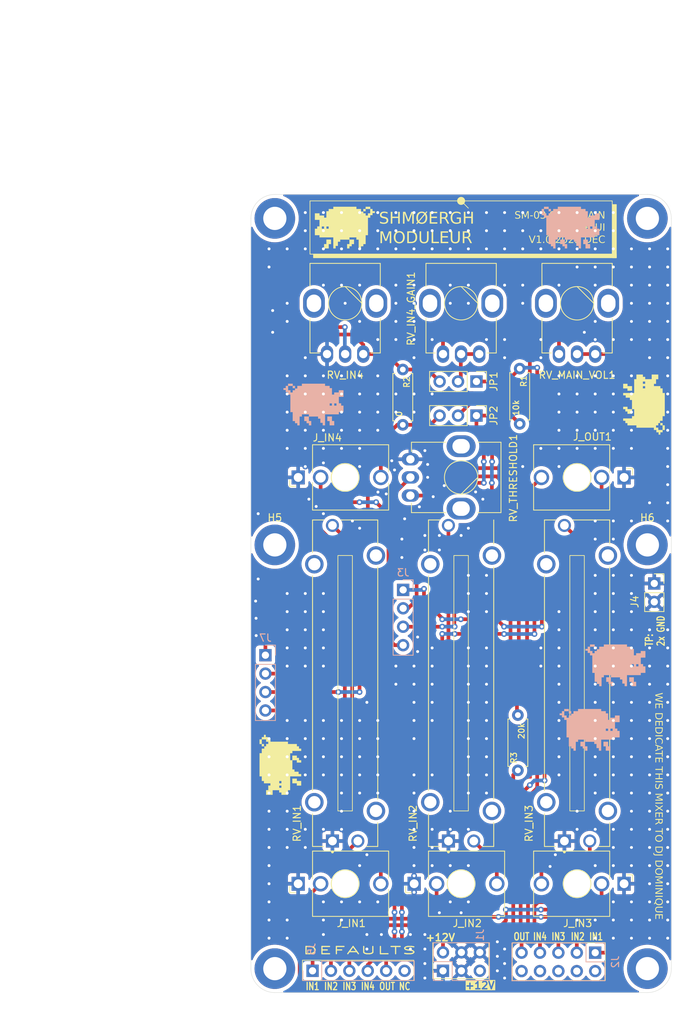
<source format=kicad_pcb>
(kicad_pcb (version 20241229) (generator "pcbnew") (generator_version "9.0")
  (layers (0 "F.Cu" signal) (2 "B.Cu" signal) (13 "F.Paste" user) (15 "B.Paste" user) (5 "F.SilkS" user "F.Silkscreen") (7 "B.SilkS" user "B.Silkscreen") (1 "F.Mask" user) (3 "B.Mask" user) (25 "Edge.Cuts" user))
  (net 0 "")
  (net 2 "+12V")
  (net 3 "GND")
  (net 4 "-12V")
  (net 5 "OUT_DEFAULT")
  (net 6 "IN_1")
  (net 7 "IN_2")
  (net 11 "IN_4")
  (net 12 "IN_3")
  (net 14 "OUT")
  (net 15 "IN_4_DEFAULT")
  (net 16 "IN_3_DEFAULT")
  (net 17 "IN_1_DEFAULT")
  (net 18 "IN_2_DEFAULT")
  (net 20 "RATIO_3")
  (net 21 "CH_4_VOL_2")
  (net 22 "CH_4_GAIN_1")
  (net 23 "MAIN_VOL_1")
  (net 24 "RATIO_1")
  (net 25 "THRESHOLD")
  (net 26 "MAIN_VOL_3")
  (net 27 "Net-(JP1-C)")
  (net 28 "Net-(JP2-C)")
  (net 29 "Net-(J_IN1-PadT)")
  (net 30 "Net-(J_IN2-PadT)")
  (net 31 "Net-(J_IN3-PadT)")
  (net 32 "Net-(R3-Pad2)")
  (net 33 "CH_4_GAIN_3_VOL_3")
  (footprint "MountingHole:MountingHole_3.2mm_M3_DIN965_Pad" (layer "F.Cu") (at 178.7 92.3)
    (property "Reference" "H6")
    (property "Value" "MountingHole")
  )
  (footprint "Connector_PinHeader_2.54mm:PinHeader_1x03_P2.54mm_Vertical" (layer "F.Cu") (at 155.115 74.48 -90)
    (property "Reference" "JP2")
    (property "Value" "Jumper_3_Open")
  )
  (footprint "Shmoergh_Custom_Footprints:Potentiometer_Bourns_Single-PTV09A" (layer "F.Cu") (at 153 83 -90)
    (property "Reference" "RV_THRESHOLD1")
    (property "Value" "A100k")
  )
  (footprint "Shmoergh_Logo:Gyeszno" (layer "F.Cu") (at 178.229 72.956 -90)
    (property "Reference" "G***" (hide yes))
    (property "Value" "LOGO" (hide yes))
  )
  (footprint "Connector_PinSocket_2.54mm:PinSocket_1x02_P2.54mm_Vertical" (layer "F.Cu") (at 179.651 97.614)
    (property "Reference" "J4")
    (property "Value" "Conn_01x02")
  )
  (footprint "Shmoergh_Custom_Footprints:R_Axial_DIN0207_L6.3mm_D2.5mm_P7.62mm_Horizontal" (layer "F.Cu") (at 160.83 123.375 90)
    (property "Reference" "R3")
    (property "Value" "20k")
  )
  (footprint "PTA3043-2010CIA503:TRIM_PTA3043-2010CIA503" (layer "F.Cu") (at 137 111.363 90)
    (property "Reference" "RV_IN1")
    (property "Value" "A100k")
  )
  (footprint "MountingHole:MountingHole_3.2mm_M3_DIN965_Pad" (layer "F.Cu") (at 178.7 47.3)
    (property "Reference" "H2")
    (property "Value" "MountingHole")
  )
  (footprint "Shmoergh_Logo:Gyeszno" (layer "F.Cu") (at 128.064 122.613 90)
    (property "Reference" "G***" (hide yes))
    (property "Value" "LOGO" (hide yes))
  )
  (footprint "MountingHole:MountingHole_3.2mm_M3_DIN965_Pad" (layer "F.Cu") (at 178.7 150.7)
    (property "Reference" "H3")
    (property "Value" "MountingHole")
  )
  (footprint "Shmoergh_Custom_Footprints:Potentiometer_Bourns_Single-PTV09A" (layer "F.Cu") (at 153 59)
    (property "Reference" "RV_IN4_GAIN1")
    (property "Value" "A100k")
  )
  (footprint "Shmoergh_Custom_Footprints:Potentiometer_Bourns_Single-PTV09A" (layer "F.Cu") (at 169 59)
    (property "Reference" "RV_MAIN_VOL1")
    (property "Value" "A100k")
  )
  (footprint "Shmoergh_Custom_Footprints:R_Axial_DIN0207_L6.3mm_D2.5mm_P7.62mm_Horizontal" (layer "F.Cu") (at 161.084 68.003 -90)
    (property "Reference" "R1")
    (property "Value" "10k")
  )
  (footprint "Shmoergh_Custom_Footprints:Jack_3.5mm_QingPu_WQP-PJ398SM_Vertical_CircularHoles" (layer "F.Cu") (at 153 139 90)
    (property "Reference" "J_IN2")
    (property "Value" "PJ398SM")
  )
  (footprint "Shmoergh_Custom_Footprints:R_Axial_DIN0207_L6.3mm_D2.5mm_P7.62mm_Horizontal" (layer "F.Cu") (at 144.955 68.13 -90)
    (property "Reference" "R2")
    (property "Value" "0")
  )
  (footprint "MountingHole:MountingHole_3.2mm_M3_DIN965_Pad" (layer "F.Cu") (at 127.3 47.3)
    (property "Reference" "H1")
    (property "Value" "MountingHole")
  )
  (footprint "MountingHole:MountingHole_3.2mm_M3_DIN965_Pad" (layer "F.Cu") (at 127.3 150.7)
    (property "Reference" "H4")
    (property "Value" "MountingHole")
  )
  (footprint "Shmoergh_Custom_Footprints:Jack_3.5mm_QingPu_WQP-PJ398SM_Vertical_CircularHoles" (layer "F.Cu") (at 169 83 -90)
    (property "Reference" "J_OUT1")
    (property "Value" "PJ398SM")
  )
  (footprint "Shmoergh_Custom_Footprints:Jack_3.5mm_QingPu_WQP-PJ398SM_Vertical_CircularHoles" (layer "F.Cu") (at 137 83 90)
    (property "Reference" "J_IN4")
    (property "Value" "PJ398SM")
  )
  (footprint "Shmoergh_Custom_Footprints:Potentiometer_Bourns_Single-PTV09A" (layer "F.Cu") (at 137 59)
    (property "Reference" "RV_IN4")
    (property "Value" "A100k")
  )
  (footprint "Shmoergh_Custom_Footprints:Jack_3.5mm_QingPu_WQP-PJ398SM_Vertical_CircularHoles" (layer "F.Cu") (at 137 139 90)
    (property "Reference" "J_IN1")
    (property "Value" "PJ398SM")
  )
  (footprint "PTA3043-2010CIA503:TRIM_PTA3043-2010CIA503" (layer "F.Cu") (at 153 111.363 90)
    (property "Reference" "RV_IN2")
    (property "Value" "A100k")
  )
  (footprint "Shmoergh_Custom_Footprints:Jack_3.5mm_QingPu_WQP-PJ398SM_Vertical_CircularHoles" (layer "F.Cu") (at 169 139 -90)
    (property "Reference" "J_IN3")
    (property "Value" "PJ398SM")
  )
  (footprint "MountingHole:MountingHole_3.2mm_M3_DIN965_Pad" (layer "F.Cu") (at 127.3 92.3)
    (property "Reference" "H5")
    (property "Value" "MountingHole")
  )
  (footprint "Connector_PinHeader_2.54mm:PinHeader_1x03_P2.54mm_Vertical" (layer "F.Cu") (at 155.115 69.781 -90)
    (property "Reference" "JP1")
    (property "Value" "Jumper_3_Open")
  )
  (footprint "PTA3043-2010CIA503:TRIM_PTA3043-2010CIA503" (layer "F.Cu") (at 169 111.363 90)
    (property "Reference" "RV_IN3")
    (property "Value" "A100k")
  )
  (footprint "Shmoergh_Logo:Gyeszno" (layer "F.Cu") (at 136.954 48.572)
    (property "Reference" "G***" (hide yes))
    (property "Value" "LOGO" (hide yes))
  )
  (footprint "Connector_PinSocket_2.54mm:PinSocket_2x03_P2.54mm_Vertical" (layer "B.Cu") (at 150.5 151 -90)
    (property "Reference" "J1")
    (property "Value" "Conn_02x03_Odd_Even")
  )
  (footprint "Shmoergh_Logo:Gyeszno" (layer "B.Cu") (at 170.736 117.787 180)
    (property "Reference" "G***" (hide yes))
    (property "Value" "LOGO" (hide yes))
  )
  (footprint "Shmoergh_Logo:Gyeszno" (layer "B.Cu") (at 132.636 72.956 180)
    (property "Reference" "G***" (hide yes))
    (property "Value" "LOGO" (hide yes))
  )
  (footprint "Shmoergh_Logo:Gyeszno" (layer "B.Cu") (at 174.292 108.897 180)
    (property "Reference" "G***" (hide yes))
    (property "Value" "LOGO" (hide yes))
  )
  (footprint "Connector_PinSocket_2.54mm:PinSocket_2x05_P2.54mm_Vertical" (layer "B.Cu") (at 171.5 148.5 90)
    (property "Reference" "J2")
    (property "Value" "Conn_02x05_Odd_Even")
  )
  (footprint "Connector_PinSocket_2.54mm:PinSocket_1x06_P2.54mm_Vertical" (layer "B.Cu") (at 132.5 151 -90)
    (property "Reference" "J5")
    (property "Value" "Conn_01x06")
  )
  (footprint "Shmoergh_Logo:Gyeszno" (layer "B.Cu") (at 167.942 48.572 180)
    (property "Reference" "G***" (hide yes))
    (property "Value" "LOGO" (hide yes))
  )
  (footprint "Connector_PinHeader_2.54mm:PinHeader_1x04_P2.54mm_Vertical" (layer "B.Cu") (at 126 107.5 180)
    (property "Reference" "J7")
    (property "Value" "Conn_01x04")
  )
  (footprint "Connector_PinHeader_2.54mm:PinHeader_1x04_P2.54mm_Vertical" (layer "B.Cu") (at 145 98.5 180)
    (property "Reference" "J3")
    (property "Value" "Conn_01x04")
  )
  (gr_rect (start 168 93.763) (end 170 128.963) (stroke (width 0.1)) (fill no) (layer "F.SilkS"))
  (gr_rect (start 152 93.763) (end 154 128.963) (stroke (width 0.1)) (fill no) (layer "F.SilkS"))
  (gr_rect (start 149.0825 147.124) (end 156.8295 152.077) (stroke (width 0.1)) (fill no) (layer "F.SilkS"))
  (gr_rect (start 132.636 52.23) (end 174.415 52.721) (stroke (width 0.1)) (fill yes) (layer "F.SilkS"))
  (gr_line (start 154 45.889) (end 153 44.889) (stroke (width 0.1)) (layer "F.SilkS"))
  (gr_rect (start 136 93.763) (end 138 128.963) (stroke (width 0.1)) (fill no) (layer "F.SilkS"))
  (gr_rect (start 173.915 45.397) (end 174.415 52.721) (stroke (width 0.1)) (fill yes) (layer "F.SilkS"))
  (gr_rect (start 160.068 147.124) (end 172.895 152.331) (stroke (width 0.1)) (fill no) (layer "F.SilkS"))
  (gr_rect (start 132.15 44.889) (end 173.85 52.23) (stroke (width 0.1)) (fill no) (layer "F.SilkS"))
  (gr_rect (start 131.112 149.537) (end 146.479 152.331) (stroke (width 0.1)) (fill no) (layer "F.SilkS"))
  (gr_circle (center 153 44.889) (end 153 44.389) (stroke (width 0.1)) (fill yes) (layer "F.SilkS"))
  (gr_line (start 178.7 154) (end 127.3 154) (stroke (width 0.05)) (layer "Edge.Cuts"))
  (gr_arc (start 182 150.7) (mid 181.033452 153.033452) (end 178.7 154) (stroke (width 0.05)) (layer "Edge.Cuts"))
  (gr_line (start 182 47.3) (end 182 150.7) (stroke (width 0.05)) (layer "Edge.Cuts"))
  (gr_line (start 127.3 44) (end 178.7 44) (stroke (width 0.05)) (layer "Edge.Cuts"))
  (gr_line (start 124 150.7) (end 124 47.3) (stroke (width 0.05)) (layer "Edge.Cuts"))
  (gr_arc (start 124 47.3) (mid 124.966548 44.966548) (end 127.3 44) (stroke (width 0.05)) (layer "Edge.Cuts"))
  (gr_arc (start 127.3 154) (mid 124.966548 153.033452) (end 124 150.7) (stroke (width 0.05)) (layer "Edge.Cuts"))
  (gr_arc (start 178.7 44) (mid 181.033452 44.966548) (end 182 47.3) (stroke (width 0.05)) (layer "Edge.Cuts"))
  (gr_text "SHMØERGH \nMODULEUR" (at 141.653 50.985 0) (layer "F.SilkS") (effects (font (size 1.6 1.6) (thickness 0.1)) (justify left bottom)))
  (gr_text "DEFAULTS" (at 138.986 148.775 0) (layer "F.SilkS") (effects (font (size 1 2.2) (thickness 0.17) (bold yes)) (justify bottom)))
  (gr_text "IN3" (at 166.418 146.87 0) (layer "F.SilkS") (effects (font (size 1 0.75) (thickness 0.17) (bold yes)) (justify bottom)))
  (gr_text "WE DEDICATE THIS MIXER TO DJ DOMINIQUE" (at 179.626 143.949 270) (layer "F.SilkS") (effects (font (size 1 1) (thickness 0.1)) (justify right bottom)))
  (gr_text "OUT" (at 161.338 146.87 0) (layer "F.SilkS") (effects (font (size 1 0.75) (thickness 0.17) (bold yes)) (justify bottom)))
  (gr_text "+12V" (at 153.464 153.601 0) (layer "F.SilkS" knockout) (effects (font (size 1 1) (thickness 0.2) (bold yes)) (justify left bottom)))
  (gr_text "NC" (at 145.209 153.728 0) (layer "F.SilkS") (effects (font (size 1 0.75) (thickness 0.17) (bold yes)) (justify bottom)))
  (gr_text "IN4" (at 140.129 153.728 0) (layer "F.SilkS") (effects (font (size 1 0.75) (thickness 0.17) (bold yes)) (justify bottom)))
  (gr_text "TP:\n2x GND" (at 181.15 106.357 90) (layer "F.SilkS") (effects (font (size 1 0.75) (thickness 0.17) (bold yes)) (justify left bottom)))
  (gr_text "+12V" (at 148.003 146.997 0) (layer "F.SilkS") (effects (font (size 1 1) (thickness 0.2) (bold yes)) (justify left bottom)))
  (gr_text "IN1" (at 171.625 146.87 0) (layer "F.SilkS") (effects (font (size 1 0.75) (thickness 0.17) (bold yes)) (justify bottom)))
  (gr_text "OUT" (at 142.796 153.728 0) (layer "F.SilkS") (effects (font (size 1 0.75) (thickness 0.17) (bold yes)) (justify bottom)))
  (gr_text "IN2" (at 169.085 146.87 0) (layer "F.SilkS") (effects (font (size 1 0.75) (thickness 0.17) (bold yes)) (justify bottom)))
  (gr_text "IN4" (at 163.878 146.87 0) (layer "F.SilkS") (effects (font (size 1 0.75) (thickness 0.17) (bold yes)) (justify bottom)))
  (gr_text "IN1" (at 132.509 153.728 0) (layer "F.SilkS") (effects (font (size 1 0.75) (thickness 0.17) (bold yes)) (justify bottom)))
  (gr_text "IN3" (at 137.589 153.728 0) (layer "F.SilkS") (effects (font (size 1 0.75) (thickness 0.17) (bold yes)) (justify bottom)))
  (gr_text "SM-03 SIDECHAIN\nMIXER UI\nV1.0 2025 DEC" (at 172.895 50.858 0) (layer "F.SilkS") (effects (font (size 1 1) (thickness 0.1)) (justify right bottom)))
  (gr_text "IN2" (at 135.049 153.728 0) (layer "F.SilkS") (effects (font (size 1 0.75) (thickness 0.17) (bold yes)) (justify bottom)))
  (segment (start 160.195 124.01) (end 160.83 123.375) (width 0.508) (layer "F.Cu") (net 2))
  (segment (start 150.5 148.46) (end 150.5 146.913) (width 0.508) (layer "F.Cu") (net 2))
  (segment (start 160.195 144.457) (end 160.195 124.01) (width 0.508) (layer "F.Cu") (net 2))
  (segment (start 150.5 146.913) (end 151.813 145.6) (width 0.508) (layer "F.Cu") (net 2))
  (segment (start 159.052 145.6) (end 160.195 144.457) (width 0.508) (layer "F.Cu") (net 2))
  (segment (start 151.813 145.6) (end 159.052 145.6) (width 0.508) (layer "F.Cu") (net 2))
  (via (at 171.5 109) (size 0.8) (drill 0.4) (layers "F.Cu" "B.Cu") (net 3))
  (via (at 166 135) (size 0.8) (drill 0.4) (layers "F.Cu" "B.Cu") (net 3))
  (via (at 174 111.5) (size 0.8) (drill 0.4) (layers "F.Cu" "B.Cu") (net 3))
  (via (at 174 109) (size 0.8) (drill 0.4) (layers "F.Cu" "B.Cu") (net 3))
  (via (at 169 54) (size 0.8) (drill 0.4) (layers "F.Cu" "B.Cu") (net 3))
  (via (at 146.5 129) (size 0.8) (drill 0.4) (layers "F.Cu" "B.Cu") (net 3))
  (via (at 158 151) (size 0.8) (drill 0.4) (layers "F.Cu" "B.Cu") (net 3))
  (via (at 134 146) (size 0.8) (drill 0.4) (layers "F.Cu" "B.Cu") (net 3))
  (via (at 131.5 51.5) (size 0.8) (drill 0.4) (layers "F.Cu" "B.Cu") (net 3))
  (via (at 164 46.5) (size 0.8) (drill 0.4) (layers "F.Cu" "B.Cu") (net 3))
  (via (at 174 124) (size 0.8) (drill 0.4) (layers "F.Cu" "B.Cu") (net 3))
  (via (at 154 116.5) (size 0.8) (drill 0.4) (layers "F.Cu" "B.Cu") (net 3))
  (via (at 144 56.5) (size 0.8) (drill 0.4) (layers "F.Cu" "B.Cu") (net 3))
  (via (at 174 134) (size 0.8) (drill 0.4) (layers "F.Cu" "B.Cu") (net 3))
  (via (at 176.5 116.5) (size 0.8) (drill 0.4) (layers "F.Cu" "B.Cu") (net 3))
  (via (at 176.5 129) (size 0.8) (drill 0.4) (layers "F.Cu" "B.Cu") (net 3))
  (via (at 154 96.5) (size 0.8) (drill 0.4) (layers "F.Cu" "B.Cu") (net 3))
  (via (at 131.5 71.5) (size 0.8) (drill 0.4) (layers "F.Cu" "B.Cu") (net 3))
  (via (at 176.5 104) (size 0.8) (drill 0.4) (layers "F.Cu" "B.Cu") (net 3))
  (via (at 144.828 94.038) (size 0.8) (drill 0.4) (layers "F.Cu" "B.Cu") (net 3))
  (via (at 150 91) (size 0.8) (drill 0.4) (layers "F.Cu" "B.Cu") (net 3))
  (via (at 141.5 76.5) (size 0.8) (drill 0.4) (layers "F.Cu" "B.Cu") (net 3))
  (via (at 156.5 124) (size 0.8) (drill 0.4) (layers "F.Cu" "B.Cu") (net 3))
  (via (at 176.5 99) (size 0.8) (drill 0.4) (layers "F.Cu" "B.Cu") (net 3))
  (via (at 181.5 126.5) (size 0.8) (drill 0.4) (layers "F.Cu" "B.Cu") (net 3))
  (via (at 137 59) (size 0.8) (drill 0.4) (layers "F.Cu" "B.Cu") (net 3))
  (via (at 179 141.5) (size 0.8) (drill 0.4) (layers "F.Cu" "B.Cu") (net 3))
  (via (at 176.5 131.5) (size 0.8) (drill 0.4) (layers "F.Cu" "B.Cu") (net 3))
  (via (at 174 119) (size 0.8) (drill 0.4) (layers "F.Cu" "B.Cu") (net 3))
  (via (at 159 51.5) (size 0.8) (drill 0.4) (layers "F.Cu" "B.Cu") (net 3))
  (via (at 164 79) (size 0.8) (drill 0.4) (layers "F.Cu" "B.Cu") (net 3))
  (via (at 171.5 96.5) (size 0.8) (drill 0.4) (layers "F.Cu" "B.Cu") (net 3))
  (via (at 174 69) (size 0.8) (drill 0.4) (layers "F.Cu" "B.Cu") (net 3))
  (via (at 174 64) (size 0.8) (drill 0.4) (layers "F.Cu" "B.Cu") (net 3))
  (via (at 146.5 64) (size 0.8) (drill 0.4) (layers "F.Cu" "B.Cu") (net 3))
  (via (at 149 134) (size 0.8) (drill 0.4) (layers "F.Cu" "B.Cu") (net 3))
  (via (at 174 121.5) (size 0.8) (drill 0.4) (layers "F.Cu" "B.Cu") (net 3))
  (via (at 125 88) (size 0.8) (drill 0.4) (layers "F.Cu" "B.Cu") (net 3))
  (via (at 131.5 121.5) (size 0.8) (drill 0.4) (layers "F.Cu" "B.Cu") (net 3))
  (via (at 129 104) (size 0.8) (drill 0.4) (layers "F.Cu" "B.Cu") (net 3))
  (via (at 166.5 69) (size 0.8) (drill 0.4) (layers "F.Cu" "B.Cu") (net 3))
  (via (at 171.5 49) (size 0.8) (drill 0.4) (layers "F.Cu" "B.Cu") (net 3))
  (via (at 181.5 74) (size 0.8) (drill 0.4) (layers "F.Cu" "B.Cu") (net 3))
  (via (at 134 101.5) (size 0.8) (drill 0.4) (layers "F.Cu" "B.Cu") (net 3))
  (via (at 136.5 124) (size 0.8) (drill 0.4) (layers "F.Cu" "B.Cu") (net 3))
  (via (at 149 49) (size 0.8) (drill 0.4) (layers "F.Cu" "B.Cu") (net 3))
  (via (at 156.5 46.5) (size 0.8) (drill 0.4) (layers "F.Cu" "B.Cu") (net 3))
  (via (at 166.5 74) (size 0.8) (drill 0.4) (layers "F.Cu" "B.Cu") (net 3))
  (via (at 134 51.5) (size 0.8) (drill 0.4) (layers "F.Cu" "B.Cu") (net 3))
  (via (at 176.5 146.5) (size 0.8) (drill 0.4) (layers "F.Cu" "B.Cu") (net 3))
  (via (at 166.5 46.5) (size 0.8) (drill 0.4) (layers "F.Cu" "B.Cu") (net 3))
  (via (at 141.5 119) (size 0.8) (drill 0.4) (layers "F.Cu" "B.Cu") (net 3))
  (via (at 161.5 46.5) (size 0.8) (drill 0.4) (layers "F.Cu" "B.Cu") (net 3))
  (via (at 139 124) (size 0.8) (drill 0.4) (layers "F.Cu" "B.Cu") (net 3))
  (via (at 141.5 64) (size 0.8) (drill 0.4) (layers "F.Cu" "B.Cu") (net 3))
  (via (at 144 59) (size 0.8) (drill 0.4) (layers "F.Cu" "B.Cu") (net 3))
  (via (at 146.5 116.5) (size 0.8) (drill 0.4) (layers "F.Cu" "B.Cu") (net 3))
  (via (at 136.5 71.5) (size 0.8) (drill 0.4) (layers "F.Cu" "B.Cu") (net 3))
  (via (at 141.5 46.5) (size 0.8) (drill 0.4) (layers "F.Cu" "B.Cu") (net 3))
  (via (at 134 56.5) (size 0.8) (drill 0.4) (layers "F.Cu" "B.Cu") (net 3))
  (via (at 179 54) (size 0.8) (drill 0.4) (layers "F.Cu" "B.Cu") (net 3))
  (via (at 146.5 134) (size 0.8) (drill 0.4) (layers "F.Cu" "B.Cu") (net 3))
  (via (at 171.5 74) (size 0.8) (drill 0.4) (layers "F.Cu" "B.Cu") (net 3))
  (via (at 176.5 71.5) (size 0.8) (drill 0.4) (layers "F.Cu" "B.Cu") (net 3))
  (via (at 134 49) (size 0.8) (drill 0.4) (layers "F.Cu" "B.Cu") (net 3))
  (via (at 166.5 79) (size 0.8) (drill 0.4) (layers "F.Cu" "B.Cu") (net 3))
  (via (at 153 143) (size 0.8) (drill 0.4) (layers "F.Cu" "B.Cu") (net 3))
  (via (at 131.5 101.5) (size 0.8) (drill 0.4) (layers "F.Cu" "B.Cu") (net 3))
  (via (at 149 124) (size 0.8) (drill 0.4) (layers "F.Cu" "B.Cu") (net 3))
  (via (at 159 49) (size 0.8) (drill 0.4) (layers "F.Cu" "B.Cu") (net 3))
  (via (at 156.5 116.5) (size 0.8) (drill 0.4) (layers "F.Cu" "B.Cu") (net 3))
  (via (at 136.5 56.5) (size 0.8) (drill 0.4) (layers "F.Cu" "B.Cu") (net 3))
  (via (at 158 147) (size 0.8) (drill 0.4) (layers "F.Cu" "B.Cu") (net 3))
  (via (at 166.5 121.5) (size 0.8) (drill 0.4) (layers "F.Cu" "B.Cu") (net 3))
  (via (at 131.5 119) (size 0.8) (drill 0.4) (layers "F.Cu" "B.Cu") (net 3))
  (via (at 139 56.5) (size 0.8) (drill 0.4) (layers "F.Cu" "B.Cu") (net 3))
  (via (at 156.5 101.5) (size 0.8) (drill 0.4) (layers "F.Cu" "B.Cu") (net 3))
  (via (at 129 131.5) (size 0.8) (drill 0.4) (layers "F.Cu" "B.Cu") (net 3))
  (via (at 174 79) (size 0.8) (drill 0.4) (layers "F.Cu" "B.Cu") (net 3))
  (via (at 171.5 106.5) (size 0.8) (drill 0.4) (layers "F.Cu" "B.Cu") (net 3))
  (via (at 134 99) (size 0.8) (drill 0.4) (layers "F.Cu" "B.Cu") (net 3))
  (via (at 179 119) (size 0.8) (drill 0.4) (layers "F.Cu" "B.Cu") (net 3))
  (via (at 179 86.5) (size 0.8) (drill 0.4) (layers "F.Cu" "B.Cu") (net 3))
  (via (at 181.5 104) (size 0.8) (drill 0.4) (layers "F.Cu" "B.Cu") (net 3))
  (via (at 166.5 124) (size 0.8) (drill 0.4) (layers "F.Cu" "B.Cu") (net 3))
  (via (at 165.273573 136.618893) (size 0.8) (drill 0.4) (layers "F.Cu" "B.Cu") (net 3))
  (via (at 148 152) (size 0.8) (drill 0.4) (layers "F.Cu" "B.Cu") (net 3))
  (via (at 174 49) (size 0.8) (drill 0.4) (layers "F.Cu" "B.Cu") (net 3))
  (via (at 127 63) (size 0.8) (drill 0.4) (layers "F.Cu" "B.Cu") (net 3))
  (via (at 127 60) (size 0.8) (drill 0.4) (layers "F.Cu" "B.Cu") (net 3))
  (via (at 136.5 79) (size 0.8) (drill 0.4) (layers "F.Cu" "B.Cu") (net 3))
  (via (at 151.5 141.5) (size 0.8) (drill 0.4) (layers "F.Cu" "B.Cu") (net 3))
  (via (at 129 61.5) (size 0.8) (drill 0.4) (layers "F.Cu" "B.Cu") (net 3))
  (via (at 181.5 134) (size 0.8) (drill 0.4) (layers "F.Cu" "B.Cu") (net 3))
  (via (at 147.241 87.053) (size 0.8) (drill 0.4) (layers "F.Cu" "B.Cu") (net 3))
  (via (at 171.5 136.5) (size 0.8) (drill 0.4) (layers "F.Cu" "B.Cu") (net 3))
  (via (at 171.5 144) (size 0.8) (drill 0.4) (layers "F.Cu" "B.Cu") (net 3))
  (via (at 146.5 71.5) (size 0.8) (drill 0.4) (layers "F.Cu" "B.Cu") (net 3))
  (via (at 151.5 51.5) (size 0.8) (drill 0.4) (layers "F.Cu" "B.Cu") (net 3))
  (via (at 131.5 81.5) (size 0.8) (drill 0.4) (layers "F.Cu" "B.Cu") (net 3))
  (via (at 149.146 85.656) (size 0.8) (drill 0.4) (layers "F.Cu" "B.Cu") (net 3))
  (via (at 171.5 46.5) (size 0.8) (drill 0.4) (layers "F.Cu" "B.Cu") (net 3))
  (via (at 176.5 124) (size 0.8) (drill 0.4) (layers "F.Cu" "B.Cu") (net 3))
  (via (at 181.5 51.5) (size 0.8) (drill 0.4) (layers "F.Cu" "B.Cu") (net 3))
  (via (at 139 126.5) (size 0.8) (drill 0.4) (layers "F.Cu" "B.Cu") (net 3))
  (via (at 179 134) (size 0.8) (drill 0.4) (layers "F.Cu" "B.Cu") (net 3))
  (via (at 134 71.5) (size 0.8) (drill 0.4) (layers "F.Cu" "B.Cu") (net 3))
  (via (at 181.5 146.5) (size 0.8) (drill 0.4) (layers "F.Cu" "B.Cu") (net 3))
  (via (at 136.5 121.5) (size 0.8) (drill 0.4) (layers "F.Cu" "B.Cu") (net 3))
  (via (at 159 66.5) (size 0.8) (drill 0.4) (layers "F.Cu" "B.Cu") (net 3))
  (via (at 179 56.5) (size 0.8) (drill 0.4) (layers "F.Cu" "B.Cu") (net 3))
  (via (at 131.5 104) (size 0.8) (drill 0.4) (layers "F.Cu" "B.Cu") (net 3))
  (via (at 139 71.5) (size 0.8) (drill 0.4) (layers "F.Cu" "B.Cu") (net 3))
  (via (at 171.5 64) (size 0.8) (drill 0.4) (layers "F.Cu" "B.Cu") (net 3))
  (via (at 146.511138 140.179589) (size 0.8) (drill 0.4) (layers "F.Cu" "B.Cu") (net 3))
  (via (at 159 46.5) (size 0.8) (drill 0.4) (layers "F.Cu" "B.Cu") (net 3))
  (via (at 181.5 89) (size 0.8) (drill 0.4) (layers "F.Cu" "B.Cu") (net 3))
  (via (at 176.5 114) (size 0.8) (drill 0.4) (layers "F.Cu" "B.Cu") (net 3))
  (via (at 129 74) (size 0.8) (drill 0.4) (layers "F.Cu" "B.Cu") (net 3))
  (via (at 133 87) (size 0.8) (drill 0.4) (layers "F.Cu" "B.Cu") (net 3))
  (via (at 139 79) (size 0.8) (drill 0.4) (layers "F.Cu" "B.Cu") (net 3))
  (via (at 158 149) (size 0.8) (drill 0.4) (layers "F.Cu" "B.Cu") (net 3))
  (via (at 174 91.5) (size 0.8) (drill 0.4) (layers "F.Cu" "B.Cu") (net 3))
  (via (at 164 106.5) (size 0.8) (drill 0.4) (layers "F.Cu" "B.Cu") (net 3))
  (via (at 154 126.5) (size 0.8) (drill 0.4) (layers "F.Cu" "B.Cu") (net 3))
  (via (at 126.5 51.5) (size 0.8) (drill 0.4) (layers "F.Cu" "B.Cu") (net 3))
  (via (at 176.5 119) (size 0.8) (drill 0.4) (layers "F.Cu" "B.Cu") (net 3))
  (via (at 170 63) (size 0.8) (drill 0.4) (layers "F.Cu" "B.Cu") (net 3))
  (via (at 126.5 126.5) (size 0.8) (drill 0.4) (layers "F.Cu" "B.Cu") (net 3))
  (via (at 134 119) (size 0.8) (drill 0.4) (layers "F.Cu" "B.Cu") (net 3))
  (via (at 146.5 114) (size 0.8) (drill 0.4) (layers "F.Cu" "B.Cu") (net 3))
  (via (at 129 126.5) (size 0.8) (drill 0.4) (layers "F.Cu" "B.Cu") (net 3))
  (via (at 161.5 49) (size 0.8) (drill 0.4) (layers "F.Cu" "B.Cu") (net 3))
  (via (at 179 114) (size 0.8) (drill 0.4) (layers "F.Cu" "B.Cu") (net 3))
  (via (at 148.003 79.306) (size 0.8) (drill 0.4) (layers "F.Cu" "B.Cu") (net 3))
  (via (at 154 119) (size 0.8) (drill 0.4) (layers "F.Cu" "B.Cu") (net 3))
  (via (at 129 101.5) (size 0.8) (drill 0.4) (layers "F.Cu" "B.Cu") (net 3))
  (via (at 179 111.5) (size 0.8) (drill 0.4) (layers "F.Cu" "B.Cu") (net 3))
  (via (at 136.5 74) (size 0.8) (drill 0.4) (layers "F.Cu" "B.Cu") (net 3))
  (via (at 179 66.5) (size 0.8) (drill 0.4) (layers "F.Cu" "B.Cu") (net 3))
  (via (at 134 144) (size 0.8) (drill 0.4) (layers "F.Cu" "B.Cu") (net 3))
  (via (at 136.5 51.5) (size 0.8) (drill 0.4) (layers "F.Cu" "B.Cu") (net 3))
  (via (at 146.5 66.5) (size 0.8) (drill 0.4) (layers "F.Cu" "B.Cu") (net 3))
  (via (at 161.5 81.5) (size 0.8) (drill 0.4) (layers "F.Cu" "B.Cu") (net 3))
  (via (at 169 144) (size 0.8) (drill 0.4) (layers "F.Cu" "B.Cu") (net 3))
  (via (at 139 49) (size 0.8) (drill 0.4) (layers "F.Cu" "B.Cu") (net 3))
  (via (at 146.5 51.5) (size 0.8) (drill 0.4) (layers "F.Cu" "B.Cu") (net 3))
  (via (at 174 99) (size 0.8) (drill 0.4) (layers "F.Cu" "B.Cu") (net 3))
  (via (at 129 51.5) (size 0.8) (drill 0.4) (layers "F.Cu" "B.Cu") (net 3))
  (via (at 131.5 134) (size 0.8) (drill 0.4) (layers "F.Cu" "B.Cu") (net 3))
  (via (at 139 74) (size 0.8) (drill 0.4) (layers "F.Cu" "B.Cu") (net 3))
  (via (at 174 101.5) (size 0.8) (drill 0.4) (layers "F.Cu" "B.Cu") (net 3))
  (via (at 139 136.5) (size 0.8) (drill 0.4) (layers "F.Cu" "B.Cu") (net 3))
  (via (at 140 146) (size 0.8) (drill 0.4) (layers "F.Cu" "B.Cu") (net 3))
  (via (at 179 59) (size 0.8) (drill 0.4) (layers "F.Cu" "B.Cu") (net 3))
  (via (at 171.5 116.5) (size 0.8) (drill 0.4) (layers "F.Cu" "B.Cu") (net 3))
  (via (at 147 105) (size 0.8) (drill 0.4) (layers "F.Cu" "B.Cu") (net 3))
  (via (at 146.5 46.5) (size 0.8) (drill 0.4) (layers "F.Cu" "B.Cu") (net 3))
  (via (at 166.5 109) (size 0.8) (drill 0.4) (layers "F.Cu" "B.Cu") (net 3))
  (via (at 181.5 121.5) (size 0.8) (drill 0.4) (layers "F.Cu" "B.Cu") (net 3))
  (via (at 129 99) (size 0.8) (drill 0.4) (layers "F.Cu" "B.Cu") (net 3))
  (via (at 176.5 76.5) (size 0.8) (drill 0.4) (layers "F.Cu" "B.Cu") (net 3))
  (via (at 129 144) (size 0.8) (drill 0.4) (layers "F.Cu" "B.Cu") (net 3))
  (via (at 179 121.5) (size 0.8) (drill 0.4) (layers "F.Cu" "B.Cu") (net 3))
  (via (at 176.5 141.5) (size 0.8) (drill 0.4) (layers "F.Cu" "B.Cu") (net 3))
  (via (at 124.724786 104.797998) (size 0.8) (drill 0.4) (layers "F.Cu" "B.Cu") (net 3))
  (via (at 174 114) (size 0.8) (drill 0.4) (layers "F.Cu" "B.Cu") (net 3))
  (via (at 148.384 82.989) (size 0.8) (drill 0.4) (layers "F.Cu" "B.Cu") (net 3))
  (via (at 171.5 91.5) (size 0.8) (drill 0.4) (layers "F.Cu" "B.Cu") (net 3))
  (via (at 154 49) (size 0.8) (drill 0.4) (layers "F.Cu" "B.Cu") (net 3))
  (via (at 151.5 129) (size 0.8) (drill 0.4) (layers "F.Cu" "B.Cu") (net 3))
  (via (at 181.5 59) (size 0.8) (drill 0.4) (layers "F.Cu" "B.Cu") (net 3))
  (via (at 154 114) (size 0.8) (drill 0.4) (layers "F.Cu" "B.Cu") (net 3))
  (via (at 171.5 76.5) (size 0.8) (drill 0.4) (layers "F.Cu" "B.Cu") (net 3))
  (via (at 144 64) (size 0.8) (drill 0.4) (layers "F.Cu" "B.Cu") (net 3))
  (via (at 151.5 136.5) (size 0.8) (drill 0.4) (layers "F.Cu" "B.Cu") (net 3))
  (via (at 141.526 85.021) (size 0.8) (drill 0.4) (layers "F.Cu" "B.Cu") (net 3))
  (via (at 129 129) (size 0.8) (drill 0.4) (layers "F.Cu" "B.Cu") (net 3))
  (via (at 176.5 106.5) (size 0.8) (drill 0.4) (layers "F.Cu" "B.Cu") (net 3))
  (via (at 181.5 76.5) (size 0.8) (drill 0.4) (layers "F.Cu" "B.Cu") (net 3))
  (via (at 144.828 91.498) (size 0.8) (drill 0.4) (layers "F.Cu" "B.Cu") (net 3))
  (via (at 148 146) (size 0.8) (drill 0.4) (layers "F.Cu" "B.Cu") (net 3))
  (via (at 141.5 126.5) (size 0.8) (drill 0.4) (layers "F.Cu" "B.Cu") (net 3))
  (via (at 171.5 111.5) (size 0.8) (drill 0.4) (layers "F.Cu" "B.Cu") (net 3))
  (via (at 174 136.5) (size 0.8) (drill 0.4) (layers "F.Cu" "B.Cu") (net 3))
  (via (at 181.5 106.5) (size 0.8) (drill 0.4) (layers "F.Cu" "B.Cu") (net 3))
  (via (at 166.5 104) (size 0.8) (drill 0.4) (layers "F.Cu" "B.Cu") (net 3))
  (via (at 179 129) (size 0.8) (drill 0.4) (layers "F.Cu" "B.Cu") (net 3))
  (via (at 159 64) (size 0.8) (drill 0.4) (layers "F.Cu" "B.Cu") (net 3))
  (via (at 143.812 81.973) (size 0.8) (drill 0.4) (layers "F.Cu" "B.Cu") (net 3))
  (via (at 171.5 114) (size 0.8) (drill 0.4) (layers "F.Cu" "B.Cu") (net 3))
  (via (at 176.5 121.5) (size 0.8) (drill 0.4) (layers "F.Cu" "B.Cu") (net 3))
  (via (at 136.5 76.5) (size 0.8) (drill 0.4) (layers "F.Cu" "B.Cu") (net 3))
  (via (at 126.5 131.5) (size 0.8) (drill 0.4) (layers "F.Cu" "B.Cu") (net 3))
  (via (at 174 51.5) (size 0.8) (drill 0.4) (layers "F.Cu" "B.Cu") (net 3))
  (via (at 181.5 61.5) (size 0.8) (drill 0.4) (layers "F.Cu" "B.Cu") (net 3))
  (via (at 171.5 71.5) (size 0.8) (drill 0.4) (layers "F.Cu" "B.Cu") (net 3))
  (via (at 151.5 49) (size 0.8) (drill 0.4) (layers "F.Cu" "B.Cu") (net 3))
  (via (at 174 116.5) (size 0.8) (drill 0.4) (layers "F.Cu" "B.Cu") (net 3))
  (via (at 171.5 69) (size 0.8) (drill 0.4) (layers "F.Cu" "B.Cu") (net 3))
  (via (at 151.5 46.5) (size 0.8) (drill 0.4) (layers "F.Cu" "B.Cu") (net 3))
  (via (at 126.5 121.5) (size 0.8) (drill 0.4) (layers "F.Cu" "B.Cu") (net 3))
  (via (at 149 106.5) (size 0.8) (drill 0.4) (layers "F.Cu" "B.Cu") (net 3))
  (via (at 132 86) (size 0.8) (drill 0.4) (layers "F.Cu" "B.Cu") (net 3))
  (via (at 146 146) (size 0.8) (drill 0.4) (layers "F.Cu" "B.Cu") (net 3))
  (via (at 169 46.5) (size 0.8) (drill 0.4) (layers "F.Cu" "B.Cu") (net 3))
  (via (at 126.5 139) (size 0.8) (drill 0.4) (layers "F.Cu" "B.Cu") (net 3))
  (via (at 144 109) (size 0.8) (drill 0.4) (layers "F.Cu" "B.Cu") (net 3))
  (via (at 129 106.5) (size 0.8) (drill 0.4) (layers "F.Cu" "B.Cu") (net 3))
  (via (at 176.5 109) (size 0.8) (drill 0.4) (layers "F.Cu" "B.Cu") (net 3))
  (via (at 159 150) (size 0.8) (drill 0.4) (layers "F.Cu" "B.Cu") (net 3))
  (via (at 150 143) (size 0.8) (drill 0.4) (layers "F.Cu" "B.Cu") (net 3))
  (via (at 181.5 114) (size 0.8) (drill 0.4) (layers "F.Cu" "B.Cu") (net 3))
  (via (at 176.5 89) (size 0.8) (drill 0.4) (layers "F.Cu" "B.Cu") (net 3))
  (via (at 134 79) (size 0.8) (drill 0.4) (layers "F.Cu" "B.Cu") (net 3))
  (via (at 151.5 56.5) (size 0.8) (drill 0.4) (layers "F.Cu" "B.Cu") (net 3))
  (via (at 140 114) (size 0.8) (drill 0.4) (layers "F.Cu" "B.Cu") (net 3))
  (via (at 149 114) (size 0.8) (drill 0.4) (layers "F.Cu" "B.Cu") (net 3))
  (via (at 126.5 134) (size 0.8) (drill 0.4) (layers "F.Cu" "B.Cu") (net 3))
  (via (at 131.5 131.5) (size 0.8) (drill 0.4) (layers "F.Cu" "B.Cu") (net 3))
  (via (at 129 124) (size 0.8) (drill 0.4) (layers "F.Cu" "B.Cu") (net 3))
  (via (at 134 69) (size 0.8) (drill 0.4) (layers "F.Cu" "B.Cu") (net 3))
  (via (at 144 71.5) (size 0.8) (drill 0.4) (layers "F.Cu" "B.Cu") (net 3))
  (via (at 181.5 66.5) (size 0.8) (drill 0.4) (layers "F.Cu" "B.Cu") (net 3))
  (via (at 143.431 80.703) (size 0.8) (drill 0.4) (layers "F.Cu" "B.Cu") (net 3))
  (via (at 150.67 84.132) (size 0.8) (drill 0.4) (layers "F.Cu" "B.Cu") (net 3))
  (via (at 129 116.5) (size 0.8) (drill 0.4) (layers "F.Cu" "B.Cu") (net 3))
  (via (at 134 131.5) (size 0.8) (drill 0.4) (layers "F.Cu" "B.Cu") (net 3))
  (via (at 146.5 119) (size 0.8) (drill 0.4) (layers "F.Cu" "B.Cu") (net 3))
  (via (at 154 109) (size 0.8) (drill 0.4) (layers "F.Cu" "B.Cu") (net 3))
  (via (at 176.5 101.5) (size 0.8) (drill 0.4) (layers "F.Cu" "B.Cu") (net 3))
  (via (at 139 116.5) (size 0.8) (drill 0.4) (layers "F.Cu" "B.Cu") (net 3))
  (via (at 131.5 99) (size 0.8) (drill 0.4) (layers "F.Cu" "B.Cu") (net 3))
  (via (at 147 107) (size 0.8) (drill 0.4) (layers "F.Cu" "B.Cu") (net 3))
  (via (at 140 148) (size 0.8) (drill 0.4) (layers "F.Cu" "B.Cu") (net 3))
  (via (at 169 129) (size 0.8) (drill 0.4) (layers "F.Cu" "B.Cu") (net 3))
  (via (at 141.5 71.5) (size 0.8) (drill 0.4) (layers "F.Cu" "B.Cu") (net 3))
  (via (at 126.5 144) (size 0.8) (drill 0.4) (layers "F.Cu" "B.Cu") (net 3))
  (via (at 171.5 121.5) (size 0.8) (drill 0.4) (layers "F.Cu" "B.Cu") (net 3))
  (via (at 181.5 131.5) (size 0.8) (drill 0.4) (layers "F.Cu" "B.Cu") (net 3))
  (via (at 141.5 116.5) (size 0.8) (drill 0.4) (layers "F.Cu" "B.Cu") (net 3))
  (via (at 174 146.5) (size 0.8) (drill 0.4) (layers "F.Cu" "B.Cu") (net 3))
  (via (at 146.5 59) (size 0.8) (drill 0.4) (layers "F.Cu" "B.Cu") (net 3))
  (via (at 154 131.5) (size 0.8) (drill 0.4) (layers "F.Cu" "B.Cu") (net 3))
  (via (at 166.5 49) (size 0.8) (drill 0.4) (layers "F.Cu" "B.Cu") (net 3))
  (via (at 126.5 54) (size 0.8) (drill 0.4) (layers "F.Cu" "B.Cu") (net 3))
  (via (at 156.5 106.5) (size 0.8) (drill 0.4) (layers "F.Cu" "B.Cu") (net 3))
  (via (at 169 69) (size 0.8) (drill 0.4) (layers "F.Cu" "B.Cu") (net 3))
  (via (at 140 135) (size 0.8) (drill 0.4) (layers "F.Cu" "B.Cu") (net 3))
  (via (at 141.5 49) (size 0.8) (drill 0.4) (layers "F.Cu" "B.Cu") (net 3))
  (via (at 149 109) (size 0.8) (drill 0.4) (layers "F.Cu" "B.Cu") (net 3))
  (via (at 136.5 141.5) (size 0.8) (drill 0.4) (layers "F.Cu" "B.Cu") (net 3))
  (via (at 146.511138 137.900189) (size 0.8) (drill 0.4) (layers "F.Cu" "B.Cu") (net 3))
  (via (at 156.5 111.5) (size 0.8) (drill 0.4) (layers "F.Cu" "B.Cu") (net 3))
  (via (at 154 99) (size 0.8) (drill 0.4) (layers "F.Cu" "B.Cu") (net 3))
  (via (at 142.669 85.275) (size 0.8) (drill 0.4) (layers "F.Cu" "B.Cu") (net 3))
  (via (at 154 111.5) (size 0.8) (drill 0.4) (layers "F.Cu" "B.Cu") (net 3))
  (via (at 171.5 101.5) (size 0.8) (drill 0.4) (layers "F.Cu" "B.Cu") (net 3))
  (via (at 139 76.5) (size 0.8) (drill 0.4) (layers "F.Cu" "B.Cu") (net 3))
  (via (at 169 51.5) (size 0.8) (drill 0.4) (layers "F.Cu" "B.Cu") (net 3))
  (via (at 153 91) (size 0.8) (drill 0.4) (layers "F.Cu" "B.Cu") (net 3))
  (via (at 174 71.5) (size 0.8) (drill 0.4) (layers "F.Cu" "B.Cu") (net 3))
  (via (at 142 146) (size 0.8) (drill 0.4) (layers "F.Cu" "B.Cu") (net 3))
  (via (at 149 64) (size 0.8) (drill 0.4) (layers "F.Cu" "B.Cu") (net 3))
  (via (at 149 131.5) (size 0.8) (drill 0.4) (layers "F.Cu" "B.Cu") (net 3))
  (via (at 144 74) (size 0.8) (drill 0.4) (layers "F.Cu" "B.Cu") (net 3))
  (via (at 181.5 111.5) (size 0.8) (drill 0.4) (layers "F.Cu" "B.Cu") (net 3))
  (via (at 141.5 69) (size 0.8) (drill 0.4) (layers "F.Cu" "B.Cu") (net 3))
  (via (at 134 81) (size 0.8) (drill 0.4) (layers "F.Cu" "B.Cu") (net 3))
  (via (at 129 109) (size 0.8) (drill 0.4) (layers "F.Cu" "B.Cu") (net 3))
  (via (at 146.5 61.5) (size 0.8) (drill 0.4) (layers "F.Cu" "B.Cu") (net 3))
  (via (at 166.5 101.5) (size 0.8) (drill 0.4) (layers "F.Cu" "B.Cu") (net 3))
  (via (at 166.5 71.5) (size 0.8) (drill 0.4) (layers "F.Cu" "B.Cu") (net 3))
  (via (at 176.5 59) (size 0.8) (drill 0.4) (layers "F.Cu" "B.Cu") (net 3))
  (via (at 179 146.5) (size 0.8) (drill 0.4) (layers "F.Cu" "B.Cu") (net 3))
  (via (at 148 91) (size 0.8) (drill 0.4) (layers "F.Cu" "B.Cu") (net 3))
  (via (at 156.5 64) (size 0.8) (drill 0.4) (layers "F.Cu" "B.Cu") (net 3))
  (via (at 176.5 134) (size 0.8) (drill 0.4) (layers "F.Cu" "B.Cu") (net 3))
  (via (at 136.5 126.5) (size 0.8) (drill 0.4) (layers "F.Cu" "B.Cu") (net 3))
  (via (at 174 74) (size 0.8) (drill 0.4) (layers "F.Cu" "B.Cu") (net 3))
  (via (at 159 148) (size 0.8) (drill 0.4) (layers "F.Cu" "B.Cu") (net 3))
  (via (at 154 136.5) (size 0.8) (drill 0.4) (layers "F.Cu" "B.Cu") (net 3))
  (via (at 139 141.5) (size 0.8) (drill 0.4) (layers "F.Cu" "B.Cu") (net 3))
  (via (at 149 116.5) (size 0.8) (drill 0.4) (layers "F.Cu" "B.Cu") (net 3))
  (via (at 146.5 131.5) (size 0.8) (drill 0.4) (layers "F.Cu" "B.Cu") (net 3))
  (via (at 146.5 124) (size 0.8) (drill 0.4) (layers "F.Cu" "B.Cu") (net 3))
  (via (at 134 106.5) (size 0.8) (drill 0.4) (layers "F.Cu" "B.Cu") (net 3))
  (via (at 141.5 74) (size 0.8) (drill 0.4) (layers "F.Cu" "B.Cu") (net 3))
  (via (at 134 46.5) (size 0.8) (drill 0.4) (layers "F.Cu" "B.Cu") (net 3))
  (via (at 154 141.5) (size 0.8) (drill 0.4) (layers "F.Cu" "B.Cu") (net 3))
  (via (at 179 116.5) (size 0.8) (drill 0.4) (layers "F.Cu" "B.Cu") (net 3))
  (via (at 131.5 49) (size 0.8) (drill 0.4) (layers "F.Cu" "B.Cu") (net 3))
  (via (at 164 109) (size 0.8) (drill 0.4) (layers "F.Cu" "B.Cu") (net 3))
  (via (at 154 106.5) (size 0.8) (drill 0.4) (layers "F.Cu" "B.Cu") (net 3))
  (via (at 179 51.5) (size 0.8) (drill 0.4) (layers "F.Cu" "B.Cu") (net 3))
  (via (at 154 124) (size 0.8) (drill 0.4) (layers "F.Cu" "B.Cu") (net 3))
  (via (at 176.5 96.5) (size 0.8) (drill 0.4) (layers "F.Cu" "B.Cu") (net 3))
  (via (at 174 54) (size 0.8) (drill 0.4) (layers "F.Cu" "B.Cu") (net 3))
  (via (at 174 76.5) (size 0.8) (drill 0.4) (layers "F.Cu" "B.Cu") (net 3))
  (via (at 129 119) (size 0.8) (drill 0.4) (layers "F.Cu" "B.Cu") (net 3))
  (via (at 141.5 121.5) (size 0.8) (drill 0.4) (layers "F.Cu" "B.Cu") (net 3))
  (via (at 176.5 54) (size 0.8) (drill 0.4) (layers "F.Cu" "B.Cu") (net 3))
  (via (at 174 96.5) (size 0.8) (drill 0.4) (layers "F.Cu" "B.Cu") (net 3))
  (via (at 150 93) (size 0.8) (drill 0.4) (layers "F.Cu" "B.Cu") (net 3))
  (via (at 141.5 124) (size 0.8) (drill 0.4) (layers "F.Cu" "B.Cu") (net 3))
  (via (at 141.5 141.5) (size 0.8) (drill 0.4) (layers "F.Cu" "B.Cu") (net 3))
  (via (at 176.5 74) (size 0.8) (drill 0.4) (layers "F.Cu" "B.Cu") (net 3))
  (via (at 129 69) (size 0.8) (drill 0.4) (layers "F.Cu" "B.Cu") (net 3))
  (via (at 176.5 51.5) (size 0.8) (drill 0.4) (layers "F.Cu" "B.Cu") (net 3))
  (via (at 181.5 79) (size 0.8) (drill 0.4) (layers "F.Cu" "B.Cu") (net 3))
  (via (at 146.5 56.5) (size 0.8) (drill 0.4) (layers "F.Cu" "B.Cu") (net 3))
  (via (at 161.5 56.5) (size 0.8) (drill 0.4) (layers "F.Cu" "B.Cu") (net 3))
  (via (at 139 121.5) (size 0.8) (drill 0.4) (layers "F.Cu" "B.Cu") (net 3))
  (via (at 174 104) (size 0.8) (drill 0.4) (layers "F.Cu" "B.Cu") (net 3))
  (via (at 179 136.5) (size 0.8) (drill 0.4) (layers "F.Cu" "B.Cu") (net 3))
  (via (at 136.5 49) (size 0.8) (drill 0.4) (layers "F.Cu" "B.Cu") (net 3))
  (via (at 146 148) (size 0.8) (drill 0.4) (layers "F.Cu" "B.Cu") (net 3))
  (via (at 166.5 51.5) (size 0.8) (drill 0.4) (layers "F.Cu" "B.Cu") (net 3))
  (via (at 176.5 136.5) (size 0.8) (drill 0.4) (layers "F.Cu" "B.Cu") (net 3))
  (via (at 181.5 141.5) (size 0.8) (drill 0.4) (layers "F.Cu" "B.Cu") (net 3))
  (via (at 159 56.5) (size 0.8) (drill 0.4) (layers "F.Cu" "B.Cu") (net 3))
  (via (at 174 131.5) (size 0.8) (drill 0.4) (layers "F.Cu" "B.Cu") (net 3))
  (via (at 156.5 114) (size 0.8) (drill 0.4) (layers "F.Cu" "B.Cu") (net 3))
  (via (at 181.5 129) (size 0.8) (drill 0.4) (layers "F.Cu" "B.Cu") (net 3))
  (via (at 159 152) (size 0.8) (drill 0.4) (layers "F.Cu" "B.Cu") (net 3))
  (via (at 179 64) (size 0.8) (drill 0.4) (layers "F.Cu" "B.Cu") (net 3))
  (via (at 146.5 49) (size 0.8) (drill 0.4) (layers "F.Cu" "B.Cu") (net 3))
  (via (at 144 111.5) (size 0.8) (drill 0.4) (layers "F.Cu" "B.Cu") (net 3))
  (via (at 154 101.5) (size 0.8) (drill 0.4) (layers "F.Cu" "B.Cu") (net 3))
  (via (at 129 71.5) (size 0.8) (drill 0.4) (layers "F.Cu" "B.Cu") (net 3))
  (via (at 179 109) (size 0.8) (drill 0.4) (layers "F.Cu" "B.Cu") (net 3))
  (via (at 171.5 99) (size 0.8) (drill 0.4) (layers "F.Cu" "B.Cu") (net 3))
  (via (at 136.5 116.5) (size 0.8) (drill 0.4) (layers "F.Cu" "B.Cu") (net 3))
  (via (at 176.5 64) (size 0.8) (drill 0.4) (layers "F.Cu" "B.Cu") (net 3))
  (via (at 164 49) (size 0.8) (drill 0.4) (layers "F.Cu" "B.Cu") (net 3))
  (via (at 136.5 119) (size 0.8) (drill 0.4) (layers "F.Cu" "B.Cu") (net 3))
  (via (at 129 59) (size 0.8) (drill 0.4) (layers "F.Cu" "B.Cu") (net 3))
  (via (at 156.5 119) (size 0.8) (drill 0.4) (layers "F.Cu" "B.Cu") (net 3))
  (via (at 179 144) (size 0.8) (drill 0.4) (layers "F.Cu" "B.Cu") (net 3))
  (via (at 126.5 129) (size 0.8) (drill 0.4) (layers "F.Cu" "B.Cu") (net 3))
  (via (at 156.5 96.5) (size 0.8) (drill 0.4) (layers "F.Cu" "B.Cu") (net 3))
  (via (at 166.5 111.5) (size 0.8) (drill 0.4) (layers "F.Cu" "B.Cu") (net 3))
  (via (at 148 93) (size 0.8) (drill 0.4) (layers "F.Cu" "B.Cu") (net 3))
  (via (at 146.5 111.5) (size 0.8) (drill 0.4) (layers "F.Cu" "B.Cu") (net 3))
  (via (at 126.5 141.5) (size 0.8) (drill 0.4) (layers "F.Cu" "B.Cu") (net 3))
  (via (at 144 46.5) (size 0.8) (drill 0.4) (layers "F.Cu" "B.Cu") (net 3))
  (via (at 131.5 76.5) (size 0.8) (drill 0.4) (layers "F.Cu" "B.Cu") (net 3))
  (via (at 134 76.5) (size 0.8) (drill 0.4) (layers "F.Cu" "B.Cu") (net 3))
  (via (at 174 144) (size 0.8) (drill 0.4) (layers "F.Cu" "B.Cu") (net 3))
  (via (at 154 56.5) (size 0.8) (drill 0.4) (layers "F.Cu" "B.Cu") (net 3))
  (via (at 171.5 79) (size 0.8) (drill 0.4) (layers "F.Cu" "B.Cu") (net 3))
  (via (at 129 76.5) (size 0.8) (drill 0.4) (layers "F.Cu" "B.Cu") (net 3))
  (via (at 146.5 126.5) (size 0.8) (drill 0.4) (layers "F.Cu" "B.Cu") (net 3))
  (via (at 154 90) (size 0.8) (drill 0.4) (layers "F.Cu" "B.Cu") (net 3))
  (via (at 174 126.5) (size 0.8) (drill 0.4) (layers "F.Cu" "B.Cu") (net 3))
  (via (at 151.5 59) (size 0.8) (drill 0.4) (layers "F.Cu" "B.Cu") (net 3))
  (via (at 149 111.5) (size 0.8) (drill 0.4) (layers "F.Cu" "B.Cu") (net 3))
  (via (at 126.5 146.5) (size 0.8) (drill 0.4) (layers "F.Cu" "B.Cu") (net 3))
  (via (at 156.5 51.5) (size 0.8) (drill 0.4) (layers "F.Cu" "B.Cu") (net 3))
  (via (at 176.5 61.5) (size 0.8) (drill 0.4) (layers "F.Cu" "B.Cu") (net 3))
  (via (at 139 51.5) (size 0.8) (drill 0.4) (layers "F.Cu" "B.Cu") (net 3))
  (via (at 129 121.5) (size 0.8) (drill 0.4) (layers "F.Cu" "B.Cu") (net 3))
  (via (at 171.5 119) (size 0.8) (drill 0.4) (layers "F.Cu" "B.Cu") (net 3))
  (via (at 139 90) (size 0.8) (drill 0.4) (layers "F.Cu" "B.Cu") (net 3))
  (via (at 181.5 86.5) (size 0.8) (drill 0.4) (layers "F.Cu" "B.Cu") (net 3))
  (via (at 136.5 129) (size 0.8) (drill 0.4) (layers "F.Cu" "B.Cu") (net 3))
  (via (at 179 139) (size 0.8) (drill 0.4) (layers "F.Cu" "B.Cu") (net 3))
  (via (at 146.5 74) (size 0.8) (drill 0.4) (layers "F.Cu" "B.Cu") (net 3))
  (via (at 144 61.5) (size 0.8) (drill 0.4) (layers "F.Cu" "B.Cu") (net 3))
  (via (at 131.5 66.5) (size 0.8) (drill 0.4) (layers "F.Cu" "B.Cu") (net 3))
  (via (at 169 131.5) (size 0.8) (drill 0.4) (layers "F.Cu" "B.Cu") (net 3))
  (via (at 171.5 54) (size 0.8) (drill 0.4) (layers "F.Cu" "B.Cu") (net 3))
  (via (at 156.5 109) (size 0.8) (drill 0.4) (layers "F.Cu" "B.Cu") (net 3))
  (via (at 164 66.5) (size 0.8) (drill 0.4) (layers "F.Cu" "B.Cu") (net 3))
  (via (at 171.5 61.5) (size 0.8) (drill 0.4) (layers "F.Cu" "B.Cu") (net 3))
  (via (at 171.5 146.5) (size 0.8) (drill 0.4) (layers "F.Cu" "B.Cu") (net 3))
  (via (at 154 51.5) (size 0.8) (drill 0.4) (layers "F.Cu" "B.Cu") (net 3))
  (via (at 134 104) (size 0.8) (drill 0.4) (layers "F.Cu" "B.Cu") (net 3))
  (via (at 134 116.5) (size 0.8) (drill 0.4) (layers "F.Cu" "B.Cu") (net 3))
  (via (at 179 126.5) (size 0.8) (drill 0.4) (layers "F.Cu" "B.Cu") (net 3))
  (via (at 126.5 136.5) (size 0.8) (drill 0.4) (layers "F.Cu" "B.Cu") (net 3))
  (via (at 144 51.5) (size 0.8) (drill 0.4) (layers "F.Cu" "B.Cu") (net 3))
  (via (at 181.5 144) (size 0.8) (drill 0.4) (layers "F.Cu" "B.Cu") (net 3))
  (via (at 166.5 116.5) (size 0.8) (drill 0.4) (layers "F.Cu" "B.Cu") (net 3))
  (via (at 148 148) (size 0.8) (drill 0.4) (layers "F.Cu" "B.Cu") (net 3))
  (via (at 139 46.5) (size 0.8) (drill 0.4) (layers "F.Cu" "B.Cu") (net 3))
  (via (at 125 97) (size 0.8) (drill 0.4) (layers "F.Cu" "B.Cu") (net 3))
  (via (at 134 121.5) (size 0.8) (drill 0.4) (layers "F.Cu" "B.Cu") (net 3))
  (via (at 131.5 74) (size 0.8) (drill 0.4) (layers "F.Cu" "B.Cu") (net 3))
  (via (at 166.5 81.5) (size 0.8) (drill 0.4) (layers "F.Cu" "B.Cu") (net 3))
  (via (at 179 131.5) (size 0.8) (drill 0.4) (layers "F.Cu" "B.Cu") (net 3))
  (via (at 131.5 109) (size 0.8) (drill 0.4) (layers "F.Cu" "B.Cu") (net 3))
  (via (at 156.5 121.5) (size 0.8) (drill 0.4) (layers "F.Cu" "B.Cu") (net 3))
  (via (at 124.709497 102.412819) (size 0.8) (drill 0.4) (layers "F.Cu" "B.Cu") (net 3))
  (via (at 161.5 51.5) (size 0.8) (drill 0.4) (layers "F.Cu" "B.Cu") (net 3))
  (via (at 139 69) (size 0.8) (drill 0.4) (layers "F.Cu" "B.Cu") (net 3))
  (via (at 141.5 51.5) (size 0.8) (drill 0.4) (layers "F.Cu" "B.Cu") (net 3))
  (via (at 169 79) (size 0.8) (drill 0.4) (layers "F.Cu" "B.Cu") (net 3))
  (via (at 171.5 131.5) (size 0.8) (drill 0.4) (layers "F.Cu" "B.Cu") (net 3))
  (via (at 138 89) (size 0.8) (drill 0.4) (layers "F.Cu" "B.Cu") (net 3))
  (via (at 139 119) (size 0.8) (drill 0.4) (layers "F.Cu" "B.Cu") (net 3))
  (via (at 179 124) (size 0.8) (drill 0.4) (layers "F.Cu" "B.Cu") (net 3))
  (via (at 146.5 109) (size 0.8) (drill 0.4) (layers "F.Cu" "B.Cu") (net 3))
  (via (at 131.5 69) (size 0.8) (drill 0.4) (layers "F.Cu" "B.Cu") (net 3))
  (via (at 179 104) (size 0.8) (drill 0.4) (layers "F.Cu" "B.Cu") (net 3))
  (via (at 134 141.5) (size 0.8) (drill 0.4) (layers "F.Cu" "B.Cu") (net 3))
  (via (at 176.5 79) (size 0.8) (drill 0.4) (layers "F.Cu" "B.Cu") (net 3))
  (via (at 129 146.5) (size 0.8) (drill 0.4) (layers "F.Cu" "B.Cu") (net 3))
  (via (at 156 86) (size 0.8) (drill 0.4) (layers "F.Cu" "B.Cu") (net 3))
  (via (at 166.5 106.5) (size 0.8) (drill 0.4) (layers "F.Cu" "B.Cu") (net 3))
  (via (at 131.5 116.5) (size 0.8) (drill 0.4) (layers "F.Cu" "B.Cu") (net 3))
  (via (at 166.5 56.5) (size 0.8) (drill 0.4) (layers "F.Cu" "B.Cu") (net 3))
  (via (at 181.5 69) (size 0.8) (drill 0.4) (layers "F.Cu" "B.Cu") (net 3))
  (via (at 148.384 81.211) (size 0.8) (drill 0.4) (layers "F.Cu" "B.Cu") (net 3))
  (via (at 136.5 69) (size 0.8) (drill 0.4) (layers "F.Cu" "B.Cu") (net 3))
  (via (at 169 49) (size 0.8) (drill 0.4) (layers "F.Cu" "B.Cu") (net 3))
  (via (at 169 71.5) (size 0.8) (drill 0.4) (layers "F.Cu" "B.Cu") (net 3))
  (via (at 176.5 144) (size 0.8) (drill 0.4) (layers "F.Cu" "B.Cu") (net 3))
  (via (at 174 106.5) (size 0.8) (drill 0.4) (layers "F.Cu" "B.Cu") (net 3))
  (via (at 176.5 126.5) (size 0.8) (drill 0.4) (layers "F.Cu" "B.Cu") (net 3))
  (via (at 151.5 131.5) (size 0.8) (drill 0.4) (layers "F.Cu" "B.Cu") (net 3))
  (via (at 171.5 124) (size 0.8) (drill 0.4) (layers "F.Cu" "B.Cu") (net 3))
  (via (at 129 79) (size 0.8) (drill 0.4) (layers "F.Cu" "B.Cu") (net 3))
  (via (at 131.5 106.5) (size 0.8) (drill 0.4) (layers "F.Cu" "B.Cu") (net 3))
  (via (at 181.5 116.5) (size 0.8) (drill 0.4) (layers "F.Cu" "B.Cu") (net 3))
  (via (at 134 88) (size 0.8) (drill 0.4) (layers "F.Cu" "B.Cu") (net 3))
  (via (at 166.5 119) (size 0.8) (drill 0.4) (layers "F.Cu" "B.Cu") (net 3))
  (via (at 149 46.5) (size 0.8) (drill 0.4) (layers "F.Cu" "B.Cu") (net 3))
  (via (at 124.648338 100.042929) (size 0.8) (drill 0.4) (layers "F.Cu" "B.Cu") (net 3))
  (via (at 144 49) (size 0.8) (drill 0.4) (layers "F.Cu" "B.Cu") (net 3))
  (via (at 154 46.5) (size 0.8) (drill 0.4) (layers "F.Cu" "B.Cu") (net 3))
  (via (at 164 51.5) (size 0.8) (drill 0.4) (layers "F.Cu" "B.Cu") (net 3))
  (via (at 154 121.5) (size 0.8) (drill 0.4) (layers "F.Cu" "B.Cu") (net 3))
  (via (at 156.5 49) (size 0.8) (drill 0.4) (layers "F.Cu" "B.Cu") (net 3))
  (via (at 136.5 46.5) (size 0.8) (drill 0.4) (layers "F.Cu" "B.Cu") (net 3))
  (via (at 131.5 79) (size 0.8) (drill 0.4) (layers "F.Cu" "B.Cu") (net 3))
  (via (at 181.5 71.5) (size 0.8) (drill 0.4) (layers "F.Cu" "B.Cu") (net 3))
  (via (at 166.5 114) (size 0.8) (drill 0.4) (layers "F.Cu" "B.Cu") (net 3))
  (via (at 134 124) (size 0.8) (drill 0.4) (layers "F.Cu" "B.Cu") (net 3))
  (via (at 171.5 56.5) (size 0.8) (drill 0.4) (layers "F.Cu" "B.Cu") (net 3))
  (via (at 149 71.5) (size 0.8) (drill 0.4) (layers "F.Cu" "B.Cu") (net 3))
  (via (at 174 89) (size 0.8) (drill 0.4) (layers "F.Cu" "B.Cu") (net 3))
  (via (at 179 106.5) (size 0.8) (drill 0.4) (layers "F.Cu" "B.Cu") (net 3))
  (via (at 171.5 126.5) (size 0.8) (drill 0.4) (layers "F.Cu" "B.Cu") (net 3))
  (via (at 181.5 109) (size 0.8) (drill 0.4) (layers "F.Cu" "B.Cu") (net 3))
  (via (at 134 74) (size 0.8) (drill 0.4) (layers "F.Cu" "B.Cu") (net 3))
  (via (at 171.5 51.5) (size 0.8) (drill 0.4) (layers "F.Cu" "B.Cu") (net 3))
  (via (at 148 150) (size 0.8) (drill 0.4) (layers "F.Cu" "B.Cu") (net 3))
  (via (at 154 59) (size 0.8) (drill 0.4) (layers "F.Cu" "B.Cu") (net 3))
  (via (at 181.5 84) (size 0.8) (drill 0.4) (layers "F.Cu" "B.Cu") (net 3))
  (via (at 181.5 54) (size 0.8) (drill 0.4) (layers "F.Cu" "B.Cu") (net 3))
  (via (at 176.5 69) (size 0.8) (drill 0.4) (layers "F.Cu" "B.Cu") (net 3))
  (via (at 181.5 124) (size 0.8) (drill 0.4) (layers "F.Cu" "B.Cu") (net 3))
  (via (at 164 64) (size 0.8) (drill 0.4) (layers "F.Cu" "B.Cu") (net 3))
  (via (at 134 109) (size 0.8) (drill 0.4) (layers "F.Cu" "B.Cu") (net 3))
  (via (at 179 61.5) (size 0.8) (drill 0.4) (layers "F.Cu" "B.Cu") (net 3))
  (via (at 131.5 46.5) (size 0.8) (drill 0.4) (layers "F.Cu" "B.Cu") (net 3))
  (via (at 131.5 124) (size 0.8) (drill 0.4) (layers "F.Cu" "B.Cu") (net 3))
  (via (at 181.5 119) (size 0.8) (drill 0.4) (layers "F.Cu" "B.Cu") (net 3))
  (via (at 174 141.5) (size 0.8) (drill 0.4) (layers "F.Cu" "B.Cu") (net 3))
  (via (at 149 136.5) (size 0.8) (drill 0.4) (layers "F.Cu" "B.Cu") (net 3))
  (via (at 181.5 81.5) (size 0.8) (drill 0.4) (layers "F.Cu" "B.Cu") (net 3))
  (via (at 145.209 88.704) (size 0.8) (drill 0.4) (layers "F.Cu" "B.Cu") (net 3))
  (via (at 146.5 136.5) (size 0.8) (drill 0.4) (layers "F.Cu" "B.Cu") (net 3))
  (via (at 156.5 126.5) (size 0.8) (drill 0.4) (layers "F.Cu" "B.Cu") (net 3))
  (via (at 161.5 59) (size 0.8) (drill 0.4) (layers "F.Cu" "B.Cu") (net 3))
  (via (at 126.5 124) (size 0.8) (drill 0.4) (layers "F.Cu" "B.Cu") (net 3))
  (via (at 139 61.5) (size 0.8) (drill 0.4) (layers "F.Cu" "B.Cu") (net 3))
  (via (at 126.5 119) (size 0.8) (drill 0.4) (layers "F.Cu" "B.Cu") (net 3))
  (via (at 181.5 136.5) (size 0.8) (drill 0.4) (layers "F.Cu" "B.Cu") (net 3))
  (via (at 155 85) (size 0.8) (drill 0.4) (layers "F.Cu" "B.Cu") (net 3))
  (via (at 181.5 139) (size 0.8) (drill 0.4) (layers "F.Cu" "B.Cu") (net 3))
  (via (at 156.5 99) (size 0.8) (drill 0.4) (layers "F.Cu" "B.Cu") (net 3))
  (via (at 139 81.5) (size 0.8) (drill 0.4) (layers "F.Cu" "B.Cu") (net 3))
  (via (at 171.5 89) (size 0.8) (drill 0.4) (layers "F.Cu" "B.Cu") (net 3))
  (via (at 181.5 64) (size 0.8) (drill 0.4) (layers "F.Cu" "B.Cu") (net 3))
  (via (at 176.5 56.5) (size 0.8) (drill 0.4) (layers "F.Cu" "B.Cu") (net 3))
  (via (at 169 74) (size 0.8) (drill 0.4) (layers "F.Cu" "B.Cu") (net 3))
  (via (at 169 76.5) (size 0.8) (drill 0.4) (layers "F.Cu" "B.Cu") (net 3))
  (via (at 129 134) (size 0.8) (drill 0.4) (layers "F.Cu" "B.Cu") (net 3))
  (via (at 176.5 111.5) (size 0.8) (drill 0.4) (layers "F.Cu" "B.Cu") (net 3))
  (via (at 174 46.5) (size 0.8) (drill 0.4) (layers "F.Cu" "B.Cu") (net 3))
  (via (at 149 51.5) (size 0.8) (drill 0.4) (layers "F.Cu" "B.Cu") (net 3))
  (via (at 136.5 131.5) (size 0.8) (drill 0.4) (layers "F.Cu" "B.Cu") (net 3))
  (via (at 181.5 56.5) (size 0.8) (drill 0.4) (layers "F.Cu" "B.Cu") (net 3))
  (via (at 136.5 144) (size 0.8) (drill 0.4) (layers "F.Cu" "B.Cu") (net 3))
  (via (at 166.5 76.5) (size 0.8) (drill 0.4) (layers "F.Cu" "B.Cu") (net 3))
  (via (at 171.5 104) (size 0.8) (drill 0.4) (layers "F.Cu" "B.Cu") (net 3))
  (segment (start 152.104 104.563003) (end 158.909003 104.563003) (width 0.508) (layer "F.Cu") (net 5))
  (segment (start 163.116 100.134) (end 167.18 96.07) (width 0.508) (layer "F.Cu") (net 5))
  (segment (start 142.66 149.292) (end 143.177 148.775) (width 0.508) (layer "F.Cu") (net 5))
  (segment (start 144.828 142.933) (end 144.828 123.629) (width 0.508) (layer "F.Cu") (net 5))
  (segment (start 148.511 119.946) (end 150.396 118.061) (width 0.508) (layer "F.Cu") (net 5))
  (segment (start 165.529 86.037) (end 171.625 86.037) (width 0.508) (layer "F.Cu") (net 5))
  (segment (start 163.116 104.579) (end 163.116 100.134) (width 0.508) (layer "F.Cu") (net 5))
  (segment (start 167.18 96.07) (end 167.18 93.657) (width 0.508) (layer "F.Cu") (net 5))
  (segment (start 163.751 90.228) (end 163.751 87.815) (width 0.508) (layer "F.Cu") (net 5))
  (segment (start 144.828 147.124) (end 144.828 145.6) (width 0.508) (layer "F.Cu") (net 5))
  (segment (start 150.396 118.061) (end 150.396 104.563003) (width 0.508) (layer "F.Cu") (net 5))
  (segment (start 172.38 85.282) (end 172.38 83) (width 0.508) (layer "F.Cu") (net 5))
  (segment (start 171.625 86.037) (end 172.38 85.282) (width 0.508) (layer "F.Cu") (net 5))
  (segment (start 167.18 93.657) (end 163.751 90.228) (width 0.508) (layer "F.Cu") (net 5))
  (segment (start 142.66 151) (end 142.66 149.292) (width 0.508) (layer "F.Cu") (net 5))
  (segment (start 143.177 148.775) (end 144.828 147.124) (width 0.508) (layer "F.Cu") (net 5))
  (segment (start 163.751 87.815) (end 165.529 86.037) (width 0.508) (layer "F.Cu") (net 5))
  (segment (start 144.828 123.629) (end 148.511 119.946) (width 0.508) (layer "F.Cu") (net 5))
  (segment (start 158.909003 104.563003) (end 158.925 104.579) (width 0.508) (layer "F.Cu") (net 5))
  (via (at 144.828 145.6) (size 0.8) (drill 0.4) (layers "F.Cu" "B.Cu") (net 5))
  (via (at 144.828 142.933) (size 0.8) (drill 0.4) (layers "F.Cu" "B.Cu") (net 5))
  (via (at 150.396 104.563003) (size 0.8) (drill 0.4) (layers "F.Cu" "B.Cu") (net 5))
  (via (at 158.925 104.579) (size 0.8) (drill 0.4) (layers "F.Cu" "B.Cu") (net 5))
  (via (at 163.116 104.579) (size 0.8) (drill 0.4) (layers "F.Cu" "B.Cu") (net 5))
  (via (at 152.104 104.563003) (size 0.8) (drill 0.4) (layers "F.Cu" "B.Cu") (net 5))
  (segment (start 144.828 142.933) (end 144.828 145.6) (width 0.508) (layer "B.Cu") (net 5))
  (segment (start 150.396 104.563003) (end 152.104 104.563003) (width 0.508) (layer "B.Cu") (net 5))
  (segment (start 158.925 104.579) (end 163.116 104.579) (width 0.508) (layer "B.Cu") (net 5))
  (segment (start 171.5 148.5) (end 173.128 148.5) (width 0.508) (layer "F.Cu") (net 6))
  (segment (start 173.784 149.156) (end 173.784 152.585) (width 0.508) (layer "F.Cu") (net 6))
  (segment (start 128.826 135.948) (end 135.915 135.948) (width 0.508) (layer "F.Cu") (net 6))
  (segment (start 127.937 136.837) (end 128.826 135.948) (width 0.508) (layer "F.Cu") (net 6))
  (segment (start 173.128 148.5) (end 173.784 149.156) (width 0.508) (layer "F.Cu") (net 6))
  (segment (start 135.915 135.948) (end 138.75 133.113) (width 0.508) (layer "F.Cu") (net 6))
  (segment (start 172.895 153.474) (end 132.001 153.474) (width 0.508) (layer "F.Cu") (net 6))
  (segment (start 130.731 152.204) (end 130.731 143.568) (width 0.508) (layer "F.Cu") (net 6))
  (segment (start 132.001 153.474) (end 130.731 152.204) (width 0.508) (layer "F.Cu") (net 6))
  (segment (start 127.937 140.774) (end 127.937 136.837) (width 0.508) (layer "F.Cu") (net 6))
  (segment (start 130.731 143.568) (end 127.937 140.774) (width 0.508) (layer "F.Cu") (net 6))
  (segment (start 173.784 152.585) (end 172.895 153.474) (width 0.508) (layer "F.Cu") (net 6))
  (segment (start 155.877 134.24) (end 154.75 133.113) (width 0.508) (layer "F.Cu") (net 7))
  (segment (start 165.656 143.568) (end 164.005 143.568) (width 0.508) (layer "F.Cu") (net 7))
  (segment (start 158.163 143.568) (end 156.766 143.568) (width 0.508) (layer "F.Cu") (net 7))
  (segment (start 156.766 143.568) (end 155.877 142.679) (width 0.508) (layer "F.Cu") (net 7))
  (segment (start 155.877 142.679) (end 155.877 134.24) (width 0.508) (layer "F.Cu") (net 7))
  (segment (start 168.96 146.872) (end 168.96 148.5) (width 0.508) (layer "F.Cu") (net 7))
  (segment (start 165.656 143.568) (end 168.96 146.872) (width 0.508) (layer "F.Cu") (net 7))
  (via (at 164.005 143.568) (size 0.8) (drill 0.4) (layers "F.Cu" "B.Cu") (net 7))
  (via (at 158.163 143.568) (size 0.8) (drill 0.4) (layers "F.Cu" "B.Cu") (net 7))
  (segment (start 158.163 143.568) (end 164.005 143.568) (width 0.508) (layer "B.Cu") (net 7))
  (segment (start 162.227 127.058) (end 162.227 145.219) (width 0.508) (layer "F.Cu") (net 11))
  (segment (start 160.957 84.64) (end 160.957 111.818) (width 0.508) (layer "F.Cu") (net 11))
  (segment (start 141.907 79.687) (end 143.812 77.782) (width 0.508) (layer "F.Cu") (net 11))
  (segment (start 150.289 81.719) (end 158.036 81.719) (width 0.508) (layer "F.Cu") (net 11))
  (segment (start 163.88 146.872) (end 163.88 148.5) (width 0.508) (layer "F.Cu") (net 11))
  (segment (start 149.527 78.798) (end 149.527 80.957) (width 0.508) (layer "F.Cu") (net 11))
  (segment (start 162.227 145.219) (end 163.88 146.872) (width 0.508) (layer "F.Cu") (net 11))
  (segment (start 163.497 125.788) (end 162.227 127.058) (width 0.508) (layer "F.Cu") (net 11))
  (segment (start 149.527 80.957) (end 150.289 81.719) (width 0.508) (layer "F.Cu") (net 11))
  (segment (start 163.497 114.358) (end 163.497 125.788) (width 0.508) (layer "F.Cu") (net 11))
  (segment (start 158.036 81.719) (end 160.957 84.64) (width 0.508) (layer "F.Cu") (net 11))
  (segment (start 141.92 79.7) (end 141.907 79.687) (width 0.508) (layer "F.Cu") (net 11))
  (segment (start 143.812 77.782) (end 148.511 77.782) (width 0.508) (layer "F.Cu") (net 11))
  (segment (start 148.511 77.782) (end 149.527 78.798) (width 0.508) (layer "F.Cu") (net 11))
  (segment (start 160.957 111.818) (end 163.497 114.358) (width 0.508) (layer "F.Cu") (net 11))
  (segment (start 141.92 83) (end 141.92 79.7) (width 0.508) (layer "F.Cu") (net 11))
  (segment (start 166.418 140.52) (end 166.418 136.583) (width 0.508) (layer "F.Cu") (net 12))
  (segment (start 163.624 141.536) (end 165.402 141.536) (width 0.508) (layer "F.Cu") (net 12))
  (segment (start 163.116 144.711) (end 163.116 142.044) (width 0.508) (layer "F.Cu") (net 12))
  (segment (start 169.847 135.694) (end 170.75 134.791) (width 0.508) (layer "F.Cu") (net 12))
  (segment (start 165.402 141.536) (end 166.418 140.52) (width 0.508) (layer "F.Cu") (net 12))
  (segment (start 166.418 136.583) (end 167.307 135.694) (width 0.508) (layer "F.Cu") (net 12))
  (segment (start 170.75 134.791) (end 170.75 133.113) (width 0.508) (layer "F.Cu") (net 12))
  (segment (start 164.259 145.854) (end 163.116 144.711) (width 0.508) (layer "F.Cu") (net 12))
  (segment (start 163.116 142.044) (end 163.624 141.536) (width 0.508) (layer "F.Cu") (net 12))
  (segment (start 167.307 135.694) (end 169.847 135.694) (width 0.508) (layer "F.Cu") (net 12))
  (segment (start 166.42 146.872) (end 165.402 145.854) (width 0.508) (layer "F.Cu") (net 12))
  (segment (start 166.42 148.5) (end 166.42 146.872) (width 0.508) (layer "F.Cu") (net 12))
  (segment (start 165.402 145.854) (end 164.259 145.854) (width 0.508) (layer "F.Cu") (net 12))
  (segment (start 162.1 110.929) (end 162.1 84.98) (width 0.508) (layer "F.Cu") (net 14))
  (segment (start 161.211 126.677) (end 161.211 146.997) (width 0.508) (layer "F.Cu") (net 14))
  (segment (start 162.481 125.407) (end 161.211 126.677) (width 0.508) (layer "F.Cu") (net 14))
  (segment (start 164.513 124.772) (end 164.513 113.342) (width 0.508) (layer "F.Cu") (net 14))
  (segment (start 161.211 146.997) (end 161.34 147.126) (width 0.508) (layer "F.Cu") (net 14))
  (segment (start 161.34 147.126) (end 161.34 148.5) (width 0.508) (layer "F.Cu") (net 14))
  (segment (start 162.1 84.98) (end 164.08 83) (width 0.508) (layer "F.Cu") (net 14))
  (segment (start 164.513 113.342) (end 162.1 110.929) (width 0.508) (layer "F.Cu") (net 14))
  (via (at 164.513 124.772) (size 0.8) (drill 0.4) (layers "F.Cu" "B.Cu") (net 14))
  (via (at 162.481 125.407) (size 0.8) (drill 0.4) (layers "F.Cu" "B.Cu") (net 14))
  (segment (start 163.116 124.772) (end 164.513 124.772) (width 0.508) (layer "B.Cu") (net 14))
  (segment (start 162.481 125.407) (end 163.116 124.772) (width 0.508) (layer "B.Cu") (net 14))
  (segment (start 138.986 86.418) (end 135.049 86.418) (width 0.508) (layer "F.Cu") (net 15))
  (segment (start 140.12 150.181) (end 140.12 151) (width 0.508) (layer "F.Cu") (net 15))
  (segment (start 141.145 112.199) (end 141.145 97.848) (width 0.508) (layer "F.Cu") (net 15))
  (segment (start 143.812 114.866) (end 141.145 112.199) (width 0.508) (layer "F.Cu") (net 15))
  (segment (start 143.812 142.933) (end 143.812 114.866) (width 0.508) (layer "F.Cu") (net 15))
  (segment (start 143.812 145.6) (end 143.812 146.489) (width 0.508) (layer "F.Cu") (net 15))
  (segment (start 143.812 146.489) (end 140.12 150.181) (width 0.508) (layer "F.Cu") (net 15))
  (segment (start 142.923 95.562) (end 142.98 95.505) (width 0.508) (layer "F.Cu") (net 15))
  (segment (start 142.98 88.126) (end 141.272 86.418) (width 0.508) (layer "F.Cu") (net 15))
  (segment (start 135.049 86.418) (end 133.62 84.989) (width 0.508) (layer "F.Cu") (net 15))
  (segment (start 141.145 97.34) (end 142.923 95.562) (width 0.508) (layer "F.Cu") (net 15))
  (segment (start 141.145 97.848) (end 141.145 97.34) (width 0.508) (layer "F.Cu") (net 15))
  (segment (start 133.62 84.989) (end 133.62 83) (width 0.508) (layer "F.Cu") (net 15))
  (segment (start 142.98 95.505) (end 142.98 88.126) (width 0.508) (layer "F.Cu") (net 15))
  (via (at 143.812 142.933) (size 0.8) (drill 0.4) (layers "F.Cu" "B.Cu") (net 15))
  (via (at 143.812 145.6) (size 0.8) (drill 0.4) (layers "F.Cu" "B.Cu") (net 15))
  (via (at 141.272 86.418) (size 0.8) (drill 0.4) (layers "F.Cu" "B.Cu") (net 15))
  (via (at 138.986 86.418) (size 0.8) (drill 0.4) (layers "F.Cu" "B.Cu") (net 15))
  (segment (start 141.272 86.418) (end 138.986 86.418) (width 0.508) (layer "B.Cu") (net 15))
  (segment (start 143.812 142.933) (end 143.812 145.6) (width 0.508) (layer "B.Cu") (net 15))
  (segment (start 138.859 144.711) (end 137.58 145.99) (width 0.508) (layer "F.Cu") (net 16))
  (segment (start 171.228003 142.567997) (end 164.005 142.567997) (width 0.508) (layer "F.Cu") (net 16))
  (segment (start 159.179 144.076) (end 158.544 144.711) (width 0.508) (layer "F.Cu") (net 16))
  (segment (start 137.58 145.99) (end 137.58 151) (width 0.508) (layer "F.Cu") (net 16))
  (segment (start 158.544 144.711) (end 138.859 144.711) (width 0.508) (layer "F.Cu") (net 16))
  (segment (start 159.179 142.567997) (end 159.179 144.076) (width 0.508) (layer "F.Cu") (net 16))
  (segment (start 172.38 139) (end 172.38 141.416) (width 0.508) (layer "F.Cu") (net 16))
  (segment (start 172.38 141.416) (end 171.228003 142.567997) (width 0.508) (layer "F.Cu") (net 16))
  (via (at 164.005 142.567997) (size 0.8) (drill 0.4) (layers "F.Cu" "B.Cu") (net 16))
  (via (at 159.179 142.567997) (size 0.8) (drill 0.4) (layers "F.Cu" "B.Cu") (net 16))
  (segment (start 159.179 142.567997) (end 164.005 142.567997) (width 0.508) (layer "B.Cu") (net 16))
  (segment (start 132.509 150.991) (end 132.5 151) (width 0.508) (layer "F.Cu") (net 17))
  (segment (start 133.62 139) (end 132.509 140.111) (width 0.508) (layer "F.Cu") (net 17))
  (segment (start 132.509 140.111) (end 132.509 150.991) (width 0.508) (layer "F.Cu") (net 17))
  (segment (start 149.62 140.681) (end 149.62 139) (width 0.508) (layer "F.Cu") (net 18))
  (segment (start 135.04 147.133) (end 138.351 143.822) (width 0.508) (layer "F.Cu") (net 18))
  (segment (start 135.04 151) (end 135.04 147.133) (width 0.508) (layer "F.Cu") (net 18))
  (segment (start 146.479 143.822) (end 149.62 140.681) (width 0.508) (layer "F.Cu") (net 18))
  (segment (start 138.351 143.822) (end 146.479 143.822) (width 0.508) (layer "F.Cu") (net 18))
  (segment (start 145 103.58) (end 150.379 103.58) (width 0.508) (layer "F.Cu") (net 20))
  (segment (start 157.24163 88.99037) (end 152.067 94.165) (width 0.508) (layer "F.Cu") (net 20))
  (segment (start 163.497 67.876) (end 163.497 75.75) (width 0.508) (layer "F.Cu") (net 20))
  (segment (start 163.497 75.75) (end 161.211 78.036) (width 0.508) (layer "F.Cu") (net 20))
  (segment (start 157.24163 83.751) (end 157.24163 88.99037) (width 0.508) (layer "F.Cu") (net 20))
  (segment (start 152.067 94.165) (end 152.067 103.526) (width 0.508) (layer "F.Cu") (net 20))
  (segment (start 157.274 79.814) (end 157.274 80.83) (width 0.508) (layer "F.Cu") (net 20))
  (segment (start 161.211 78.036) (end 159.052 78.036) (width 0.508) (layer "F.Cu") (net 20))
  (segment (start 152.067 103.526) (end 152.104 103.563) (width 0.508) (layer "F.Cu") (net 20))
  (segment (start 159.306 69.781) (end 161.084 68.003) (width 0.508) (layer "F.Cu") (net 20))
  (segment (start 155.115 69.781) (end 159.306 69.781) (width 0.508) (layer "F.Cu") (net 20))
  (segment (start 150.379 103.58) (end 150.396 103.563) (width 0.508) (layer "F.Cu") (net 20))
  (segment (start 159.052 78.036) (end 157.274 79.814) (width 0.508) (layer "F.Cu") (net 20))
  (via (at 157.24163 83.751) (size 0.8) (drill 0.4) (layers "F.Cu" "B.Cu") (net 20))
  (via (at 163.497 67.876) (size 0.8) (drill 0.4) (layers "F.Cu" "B.Cu") (net 20))
  (via (at 152.104 103.563) (size 0.8) (drill 0.4) (layers "F.Cu" "B.Cu") (net 20))
  (via (at 157.274 80.83) (size 0.8) (drill 0.4) (layers "F.Cu" "B.Cu") (net 20))
  (via (at 150.396 103.563) (size 0.8) (drill 0.4) (layers "F.Cu" "B.Cu") (net 20))
  (segment (start 161.211 67.876) (end 161.084 68.003) (width 0.508) (layer "B.Cu") (net 20))
  (segment (start 163.497 67.876) (end 161.211 67.876) (width 0.508) (layer "B.Cu") (net 20))
  (segment (start 157.24163 80.86237) (end 157.274 80.83) (width 0.508) (layer "B.Cu") (net 20))
  (segment (start 150.396 103.563) (end 152.104 103.563) (width 0.508) (layer "B.Cu") (net 20))
  (segment (start 157.24163 83.751) (end 157.24163 80.86237) (width 0.508) (layer "B.Cu") (net 20))
  (segment (start 126.667 84.64) (end 135.811 93.784) (width 0.508) (layer "F.Cu") (net 21))
  (segment (start 126.667 66.733) (end 126.667 84.64) (width 0.508) (layer "F.Cu") (net 21))
  (segment (start 135.811 109.405) (end 135.176 110.04) (width 0.508) (layer "F.Cu") (net 21))
  (segment (start 131.112 62.288) (end 126.667 66.733) (width 0.508) (layer "F.Cu") (net 21))
  (segment (start 135.811 93.784) (end 135.811 109.405) (width 0.508) (layer "F.Cu") (net 21))
  (segment (start 135.176 110.04) (end 126 110.04) (width 0.508) (layer "F.Cu") (net 21))
  (segment (start 136.954 62.288) (end 131.112 62.288) (width 0.508) (layer "F.Cu") (net 21))
  (via (at 136.954 62.288) (size 0.8) (drill 0.4) (layers "F.Cu" "B.Cu") (net 21))
  (segment (start 136.954 62.288) (end 136.954 65.954) (width 0.508) (layer "B.Cu") (net 21))
  (segment (start 136.954 65.954) (end 137 66) (width 0.508) (layer "B.Cu") (net 21))
  (segment (start 150.035 74.48) (end 148.765 75.75) (width 0.508) (layer "F.Cu") (net 22))
  (segment (start 126 112.58) (end 136.065 112.58) (width 0.508) (layer "F.Cu") (net 22))
  (segment (start 140.129 79.814) (end 144.193 75.75) (width 0.508) (layer "F.Cu") (net 22))
  (segment (start 138.986 112.58) (end 138.986 92.26) (width 0.508) (layer "F.Cu") (net 22))
  (segment (start 140.129 91.117) (end 140.129 79.814) (width 0.508) (layer "F.Cu") (net 22))
  (segment (start 148.765 75.75) (end 144.955 75.75) (width 0.508) (layer "F.Cu") (net 22))
  (segment (start 144.193 75.75) (end 144.955 75.75) (width 0.508) (layer "F.Cu") (net 22))
  (segment (start 138.986 92.26) (end 140.129 91.117) (width 0.508) (layer "F.Cu") (net 22))
  (via (at 136.065 112.58) (size 0.8) (drill 0.4) (layers "F.Cu" "B.Cu") (net 22))
  (via (at 138.986 112.58) (size 0.8) (drill 0.4) (layers "F.Cu" "B.Cu") (net 22))
  (segment (start 136.065 112.58) (end 138.986 112.58) (width 0.508) (layer "B.Cu") (net 22))
  (segment (start 125.524 85.275) (end 125.524 58.859) (width 0.508) (layer "F.Cu") (net 23))
  (segment (start 166.5 63.73) (end 166.5 66) (width 0.508) (layer "F.Cu") (net 23))
  (segment (start 131.112 90.863) (end 125.524 85.275) (width 0.508) (layer "F.Cu") (net 23))
  (segment (start 168.323 61.907) (end 166.5 63.73) (width 0.508) (layer "F.Cu") (net 23))
  (segment (start 130.223 54.16) (end 165.783 54.16) (width 0.508) (layer "F.Cu") (net 23))
  (segment (start 131.112 93.657) (end 131.112 90.863) (width 0.508) (layer "F.Cu") (net 23))
  (segment (start 126 107.5) (end 126 98.769) (width 0.508) (layer "F.Cu") (net 23))
  (segment (start 126 98.769) (end 131.112 93.657) (width 0.508) (layer "F.Cu") (net 23))
  (segment (start 125.524 58.859) (end 130.223 54.16) (width 0.508) (layer "F.Cu") (net 23))
  (segment (start 165.783 54.16) (end 168.323 56.7) (width 0.508) (layer "F.Cu") (net 23))
  (segment (start 168.323 56.7) (end 168.323 61.907) (width 0.508) (layer "F.Cu") (net 23))
  (segment (start 152.448 83.751) (end 145.844 90.355) (width 0.508) (layer "F.Cu") (net 24))
  (segment (start 146.86 99.88) (end 145.7 101.04) (width 0.508) (layer "F.Cu") (net 24))
  (segment (start 156.131 80.83) (end 156.131 77.528) (width 0.508) (layer "F.Cu") (net 24))
  (segment (start 145.7 101.04) (end 145 101.04) (width 0.508) (layer "F.Cu") (net 24))
  (segment (start 146.86 96.832) (end 146.86 99.88) (width 0.508) (layer "F.Cu") (net 24))
  (segment (start 145.844 95.816) (end 146.86 96.832) (width 0.508) (layer "F.Cu") (net 24))
  (segment (start 145.844 90.355) (end 145.844 95.816) (width 0.508) (layer "F.Cu") (net 24))
  (segment (start 156.131 83.751) (end 152.448 83.751) (width 0.508) (layer "F.Cu") (net 24))
  (segment (start 159.941 74.48) (end 161.084 75.623) (width 0.508) (layer "F.Cu") (net 24))
  (segment (start 155.115 74.48) (end 159.941 74.48) (width 0.508) (layer "F.Cu") (net 24))
  (segment (start 155.115 76.512) (end 155.115 74.48) (width 0.508) (layer "F.Cu") (net 24))
  (segment (start 156.131 77.528) (end 155.115 76.512) (width 0.508) (layer "F.Cu") (net 24))
  (via (at 156.131 83.751) (size 0.8) (drill 0.4) (layers "F.Cu" "B.Cu") (net 24))
  (via (at 156.131 80.83) (size 0.8) (drill 0.4) (layers "F.Cu" "B.Cu") (net 24))
  (segment (start 156.131 83.751) (end 156.131 80.83) (width 0.508) (layer "B.Cu") (net 24))
  (segment (start 142.288 104.579) (end 143.829 106.12) (width 0.508) (layer "F.Cu") (net 25))
  (segment (start 142.288 97.848) (end 142.288 104.579) (width 0.508) (layer "F.Cu") (net 25))
  (segment (start 146 83) (end 143.939 85.061) (width 0.508) (layer "F.Cu") (net 25))
  (segment (start 143.939 96.197) (end 142.288 97.848) (width 0.508) (layer "F.Cu") (net 25))
  (segment (start 143.939 85.061) (end 143.939 96.197) (width 0.508) (layer "F.Cu") (net 25))
  (segment (start 143.829 106.12) (end 145 106.12) (width 0.508) (layer "F.Cu") (net 25))
  (segment (start 157.909 102.547) (end 158.925 103.563) (width 0.508) (layer "F.Cu") (net 26))
  (segment (start 164.132 103.563) (end 164.132 100.896) (width 0.508) (layer "F.Cu") (net 26))
  (segment (start 164.767 88.196) (end 165.91 87.053) (width 0.508) (layer "F.Cu") (net 26))
  (segment (start 152.956 102.547) (end 157.909 102.547) (width 0.508) (layer "F.Cu") (net 26))
  (segment (start 164.767 89.593) (end 164.767 88.196) (width 0.508) (layer "F.Cu") (net 26))
  (segment (start 165.91 87.053) (end 176.959 87.053) (width 0.508) (layer "F.Cu") (net 26))
  (segment (start 178.483 85.529) (end 178.483 68.765) (width 0.508) (layer "F.Cu") (net 26))
  (segment (start 150.396 102.562997) (end 150.396 102.42) (width 0.508) (layer "F.Cu") (net 26))
  (segment (start 150.396 102.42) (end 147.876 99.9) (width 0.508) (layer "F.Cu") (net 26))
  (segment (start 178.483 68.765) (end 175.718 66) (width 0.508) (layer "F.Cu") (net 26))
  (segment (start 168.196 96.832) (end 168.196 93.022) (width 0.508) (layer "F.Cu") (net 26))
  (segment (start 176.959 87.053) (end 178.483 85.529) (width 0.508) (layer "F.Cu") (net 26))
  (segment (start 164.132 100.896) (end 168.196 96.832) (width 0.508) (layer "F.Cu") (net 26))
  (segment (start 147.876 99.9) (end 147.876 98.356) (width 0.508) (layer "F.Cu") (net 26))
  (segment (start 168.196 93.022) (end 164.767 89.593) (width 0.508) (layer "F.Cu") (net 26))
  (segment (start 175.718 66) (end 171.5 66) (width 0.508) (layer "F.Cu") (net 26))
  (segment (start 171.5 66) (end 169 66) (width 0.508) (layer "F.Cu") (net 26))
  (via (at 147.876 98.356) (size 0.8) (drill 0.4) (layers "F.Cu" "B.Cu") (net 26))
  (via (at 164.132 103.563) (size 0.8) (drill 0.4) (layers "F.Cu" "B.Cu") (net 26))
  (via (at 150.396 102.562997) (size 0.8) (drill 0.4) (layers "F.Cu" "B.Cu") (net 26))
  (via (at 158.925 103.563) (size 0.8) (drill 0.4) (layers "F.Cu" "B.Cu") (net 26))
  (via (at 152.956 102.547) (size 0.8) (drill 0.4) (layers "F.Cu" "B.Cu") (net 26))
  (segment (start 147.732 98.5) (end 147.876 98.356) (width 0.508) (layer "B.Cu") (net 26))
  (segment (start 152.956 102.547) (end 150.411997 102.547) (width 0.508) (layer "B.Cu") (net 26))
  (segment (start 150.411997 102.547) (end 150.396 102.562997) (width 0.508) (layer "B.Cu") (net 26))
  (segment (start 158.925 103.563) (end 164.132 103.563) (width 0.508) (layer "B.Cu") (net 26))
  (segment (start 145 98.5) (end 147.732 98.5) (width 0.508) (layer "B.Cu") (net 26))
  (segment (start 152.956 66.044) (end 153 66) (width 0.508) (layer "F.Cu") (net 27))
  (segment (start 152.956 69.4) (end 152.956 66.044) (width 0.508) (layer "F.Cu") (net 27))
  (segment (start 155.5 66) (end 153 66) (width 0.508) (layer "F.Cu") (net 27))
  (segment (start 152.575 69.781) (end 152.956 69.4) (width 0.508) (layer "F.Cu") (net 27))
  (segment (start 154.988 72.067) (end 161.084 72.067) (width 0.508) (layer "F.Cu") (net 28))
  (segment (start 162.481 70.67) (end 162.481 64.193) (width 0.508) (layer "F.Cu") (net 28))
  (segment (start 162.481 64.193) (end 160.703 62.415) (width 0.508) (layer "F.Cu") (net 28))
  (segment (start 160.703 62.415) (end 152.067 62.415) (width 0.508) (layer "F.Cu") (net 28))
  (segment (start 152.067 62.415) (end 150.5 63.982) (width 0.508) (layer "F.Cu") (net 28))
  (segment (start 150.5 63.982) (end 150.5 66) (width 0.508) (layer "F.Cu") (net 28))
  (segment (start 161.084 72.067) (end 162.481 70.67) (width 0.508) (layer "F.Cu") (net 28))
  (segment (start 152.575 74.48) (end 154.988 72.067) (width 0.508) (layer "F.Cu") (net 28))
  (segment (start 141.92 133.294) (end 137.97 129.344) (width 0.508) (layer "F.Cu") (net 29))
  (segment (start 141.92 139) (end 141.92 133.294) (width 0.508) (layer "F.Cu") (net 29))
  (segment (start 137.97 92.333) (end 135.25 89.613) (width 0.508) (layer "F.Cu") (net 29))
  (segment (start 137.97 129.344) (end 137.97 92.333) (width 0.508) (layer "F.Cu") (net 29))
  (segment (start 157.92 133.165) (end 151.25 126.495) (width 0.508) (layer "F.Cu") (net 30))
  (segment (start 157.92 139) (end 157.92 133.165) (width 0.508) (layer "F.Cu") (net 30))
  (segment (start 151.25 126.495) (end 151.25 89.613) (width 0.508) (layer "F.Cu") (net 30))
  (segment (start 169.085 127.693) (end 169.085 91.448) (width 0.508) (layer "F.Cu") (net 31))
  (segment (start 164.08 139) (end 164.08 132.698) (width 0.508) (layer "F.Cu") (net 31))
  (segment (start 164.08 132.698) (end 169.085 127.693) (width 0.508) (layer "F.Cu") (net 31))
  (segment (start 169.085 91.448) (end 167.25 89.613) (width 0.508) (layer "F.Cu") (net 31))
  (segment (start 147.905 85.5) (end 150.543 82.862) (width 0.508) (layer "F.Cu") (net 32))
  (segment (start 157.909 82.862) (end 159.814 84.767) (width 0.508) (layer "F.Cu") (net 32))
  (segment (start 159.814 112.326) (end 160.703 113.215) (width 0.508) (layer "F.Cu") (net 32))
  (segment (start 160.703 113.215) (end 160.703 115.628) (width 0.508) (layer "F.Cu") (net 32))
  (segment (start 150.543 82.862) (end 157.909 82.862) (width 0.508) (layer "F.Cu") (net 32))
  (segment (start 160.703 115.628) (end 160.83 115.755) (width 0.508) (layer "F.Cu") (net 32))
  (segment (start 159.814 84.767) (end 159.814 112.326) (width 0.508) (layer "F.Cu") (net 32))
  (segment (start 146 85.5) (end 147.905 85.5) (width 0.508) (layer "F.Cu") (net 32))
  (segment (start 142.698 66) (end 139.5 66) (width 0.508) (layer "F.Cu") (net 33))
  (segment (start 144.828 68.13) (end 142.698 66) (width 0.508) (layer "F.Cu") (net 33))
  (segment (start 127.81 67.114) (end 131.62 63.304) (width 0.508) (layer "F.Cu") (net 33))
  (segment (start 126 115.12) (end 136.192 115.12) (width 0.508) (layer "F.Cu") (net 33))
  (segment (start 150.035 69.781) (end 148.384 68.13) (width 0.508) (layer "F.Cu") (net 33))
  (segment (start 144.955 68.13) (end 144.828 68.13) (width 0.508) (layer "F.Cu") (net 33))
  (segment (start 136.954 114.358) (end 136.954 93.53) (width 0.508) (layer "F.Cu") (net 33))
  (segment (start 139.5 64.707) (end 139.5 66) (width 0.508) (layer "F.Cu") (net 33))
  (segment (start 148.384 68.13) (end 144.955 68.13) (width 0.508) (layer "F.Cu") (net 33))
  (segment (start 136.192 115.12) (end 136.954 114.358) (width 0.508) (layer "F.Cu") (net 33))
  (segment (start 127.81 84.386) (end 127.81 67.114) (width 0.508) (layer "F.Cu") (net 33))
  (segment (start 138.097 63.304) (end 139.5 64.707) (width 0.508) (layer "F.Cu") (net 33))
  (segment (start 131.62 63.304) (end 138.097 63.304) (width 0.508) (layer "F.Cu") (net 33))
  (segment (start 136.954 93.53) (end 127.81 84.386) (width 0.508) (layer "F.Cu") (net 33))
  (zone (net 3) (net_name "GND") (layer "F.Cu") (connect_pads (clearance 0.5)) (min_thickness 0.25) (fill yes (thermal_gap 0.5) (thermal_bridge_width 0.5) (island_removal_mode 2) (island_area_min 10))
    (polygon (pts (xy 124 44) (xy 182 44) (xy 182 154) (xy 124 154)))
  )
  (zone (net 3) (net_name "GND") (layer "B.Cu") (priority 1) (connect_pads (clearance 0.5)) (min_thickness 0.25) (fill yes (thermal_gap 0.5) (thermal_bridge_width 0.5) (island_removal_mode 2) (island_area_min 10))
    (polygon (pts (xy 124 44) (xy 182 44) (xy 182 154) (xy 124 154)))
  )
)
</source>
